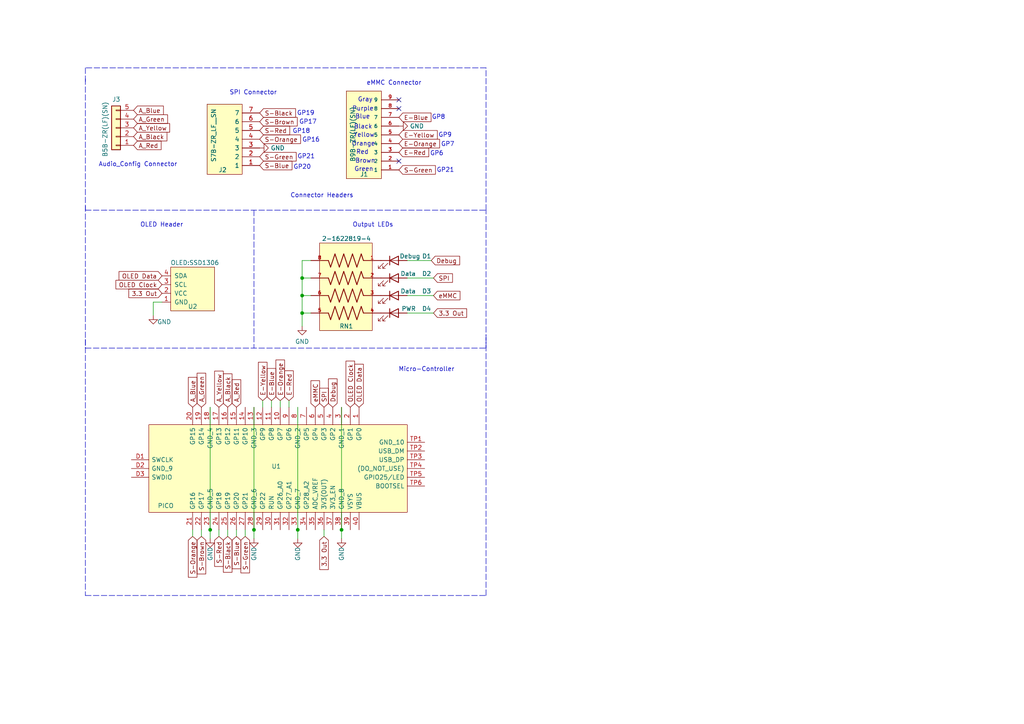
<source format=kicad_sch>
(kicad_sch (version 20211123) (generator eeschema)

  (uuid bb4fee5d-c646-49b5-a889-bb5243e17537)

  (paper "A4")

  (title_block
    (title "PICOFlahser_Breakout_Board")
    (date "3/11/2022")
    (rev "1")
  )

  (lib_symbols
    (symbol "2-1622819-4:2-1622819-4" (pin_names (offset 1.016) hide) (in_bom yes) (on_board yes)
      (property "Reference" "RN" (id 0) (at -7.62 13.462 0)
        (effects (font (size 1.27 1.27)) (justify left bottom))
      )
      (property "Value" "2-1622819-4" (id 1) (at -7.62 -16.51 0)
        (effects (font (size 1.27 1.27)) (justify left bottom))
      )
      (property "Footprint" "RESCAXE80P320X160X60-8N" (id 2) (at 0 0 0)
        (effects (font (size 1.27 1.27)) (justify left bottom) hide)
      )
      (property "Datasheet" "" (id 3) (at 0 0 0)
        (effects (font (size 1.27 1.27)) (justify left bottom) hide)
      )
      (property "EU_RoHS_Compliance" "Compliant" (id 4) (at 0 0 0)
        (effects (font (size 1.27 1.27)) (justify left bottom) hide)
      )
      (property "Package" "0603" (id 5) (at 0 0 0)
        (effects (font (size 1.27 1.27)) (justify left bottom) hide)
      )
      (property "Comment" "2-1622819-4" (id 6) (at 0 0 0)
        (effects (font (size 1.27 1.27)) (justify left bottom) hide)
      )
      (property "ki_locked" "" (id 7) (at 0 0 0)
        (effects (font (size 1.27 1.27)))
      )
      (symbol "2-1622819-4_0_0"
        (rectangle (start -7.62 -12.7) (end 7.62 12.7)
          (stroke (width 0.1524) (type default) (color 0 0 0 0))
          (fill (type background))
        )
        (polyline
          (pts
            (xy -5.08 -7.62)
            (xy -4.445 -5.715)
          )
          (stroke (width 0.254) (type default) (color 0 0 0 0))
          (fill (type none))
        )
        (polyline
          (pts
            (xy -5.08 -2.54)
            (xy -4.445 -0.635)
          )
          (stroke (width 0.254) (type default) (color 0 0 0 0))
          (fill (type none))
        )
        (polyline
          (pts
            (xy -5.08 2.54)
            (xy -4.445 4.445)
          )
          (stroke (width 0.254) (type default) (color 0 0 0 0))
          (fill (type none))
        )
        (polyline
          (pts
            (xy -5.08 7.62)
            (xy -4.445 9.525)
          )
          (stroke (width 0.254) (type default) (color 0 0 0 0))
          (fill (type none))
        )
        (polyline
          (pts
            (xy -4.445 -5.715)
            (xy -3.175 -9.525)
          )
          (stroke (width 0.254) (type default) (color 0 0 0 0))
          (fill (type none))
        )
        (polyline
          (pts
            (xy -4.445 -0.635)
            (xy -3.175 -4.445)
          )
          (stroke (width 0.254) (type default) (color 0 0 0 0))
          (fill (type none))
        )
        (polyline
          (pts
            (xy -4.445 4.445)
            (xy -3.175 0.635)
          )
          (stroke (width 0.254) (type default) (color 0 0 0 0))
          (fill (type none))
        )
        (polyline
          (pts
            (xy -4.445 9.525)
            (xy -3.175 5.715)
          )
          (stroke (width 0.254) (type default) (color 0 0 0 0))
          (fill (type none))
        )
        (polyline
          (pts
            (xy -3.175 -9.525)
            (xy -1.905 -5.715)
          )
          (stroke (width 0.254) (type default) (color 0 0 0 0))
          (fill (type none))
        )
        (polyline
          (pts
            (xy -3.175 -4.445)
            (xy -1.905 -0.635)
          )
          (stroke (width 0.254) (type default) (color 0 0 0 0))
          (fill (type none))
        )
        (polyline
          (pts
            (xy -3.175 0.635)
            (xy -1.905 4.445)
          )
          (stroke (width 0.254) (type default) (color 0 0 0 0))
          (fill (type none))
        )
        (polyline
          (pts
            (xy -3.175 5.715)
            (xy -1.905 9.525)
          )
          (stroke (width 0.254) (type default) (color 0 0 0 0))
          (fill (type none))
        )
        (polyline
          (pts
            (xy -1.905 -5.715)
            (xy -0.635 -9.525)
          )
          (stroke (width 0.254) (type default) (color 0 0 0 0))
          (fill (type none))
        )
        (polyline
          (pts
            (xy -1.905 -0.635)
            (xy -0.635 -4.445)
          )
          (stroke (width 0.254) (type default) (color 0 0 0 0))
          (fill (type none))
        )
        (polyline
          (pts
            (xy -1.905 4.445)
            (xy -0.635 0.635)
          )
          (stroke (width 0.254) (type default) (color 0 0 0 0))
          (fill (type none))
        )
        (polyline
          (pts
            (xy -1.905 9.525)
            (xy -0.635 5.715)
          )
          (stroke (width 0.254) (type default) (color 0 0 0 0))
          (fill (type none))
        )
        (polyline
          (pts
            (xy -0.635 -9.525)
            (xy 0.635 -5.715)
          )
          (stroke (width 0.254) (type default) (color 0 0 0 0))
          (fill (type none))
        )
        (polyline
          (pts
            (xy -0.635 -4.445)
            (xy 0.635 -0.635)
          )
          (stroke (width 0.254) (type default) (color 0 0 0 0))
          (fill (type none))
        )
        (polyline
          (pts
            (xy -0.635 0.635)
            (xy 0.635 4.445)
          )
          (stroke (width 0.254) (type default) (color 0 0 0 0))
          (fill (type none))
        )
        (polyline
          (pts
            (xy -0.635 5.715)
            (xy 0.635 9.525)
          )
          (stroke (width 0.254) (type default) (color 0 0 0 0))
          (fill (type none))
        )
        (polyline
          (pts
            (xy 0.635 -5.715)
            (xy 1.905 -9.525)
          )
          (stroke (width 0.254) (type default) (color 0 0 0 0))
          (fill (type none))
        )
        (polyline
          (pts
            (xy 0.635 -0.635)
            (xy 1.905 -4.445)
          )
          (stroke (width 0.254) (type default) (color 0 0 0 0))
          (fill (type none))
        )
        (polyline
          (pts
            (xy 0.635 4.445)
            (xy 1.905 0.635)
          )
          (stroke (width 0.254) (type default) (color 0 0 0 0))
          (fill (type none))
        )
        (polyline
          (pts
            (xy 0.635 9.525)
            (xy 1.905 5.715)
          )
          (stroke (width 0.254) (type default) (color 0 0 0 0))
          (fill (type none))
        )
        (polyline
          (pts
            (xy 1.905 -9.525)
            (xy 3.175 -5.715)
          )
          (stroke (width 0.254) (type default) (color 0 0 0 0))
          (fill (type none))
        )
        (polyline
          (pts
            (xy 1.905 -4.445)
            (xy 3.175 -0.635)
          )
          (stroke (width 0.254) (type default) (color 0 0 0 0))
          (fill (type none))
        )
        (polyline
          (pts
            (xy 1.905 0.635)
            (xy 3.175 4.445)
          )
          (stroke (width 0.254) (type default) (color 0 0 0 0))
          (fill (type none))
        )
        (polyline
          (pts
            (xy 1.905 5.715)
            (xy 3.175 9.525)
          )
          (stroke (width 0.254) (type default) (color 0 0 0 0))
          (fill (type none))
        )
        (polyline
          (pts
            (xy 3.175 -5.715)
            (xy 4.445 -9.525)
          )
          (stroke (width 0.254) (type default) (color 0 0 0 0))
          (fill (type none))
        )
        (polyline
          (pts
            (xy 3.175 -0.635)
            (xy 4.445 -4.445)
          )
          (stroke (width 0.254) (type default) (color 0 0 0 0))
          (fill (type none))
        )
        (polyline
          (pts
            (xy 3.175 4.445)
            (xy 4.445 0.635)
          )
          (stroke (width 0.254) (type default) (color 0 0 0 0))
          (fill (type none))
        )
        (polyline
          (pts
            (xy 3.175 9.525)
            (xy 4.445 5.715)
          )
          (stroke (width 0.254) (type default) (color 0 0 0 0))
          (fill (type none))
        )
        (polyline
          (pts
            (xy 4.445 -9.525)
            (xy 5.08 -7.62)
          )
          (stroke (width 0.254) (type default) (color 0 0 0 0))
          (fill (type none))
        )
        (polyline
          (pts
            (xy 4.445 -4.445)
            (xy 5.08 -2.54)
          )
          (stroke (width 0.254) (type default) (color 0 0 0 0))
          (fill (type none))
        )
        (polyline
          (pts
            (xy 4.445 0.635)
            (xy 5.08 2.54)
          )
          (stroke (width 0.254) (type default) (color 0 0 0 0))
          (fill (type none))
        )
        (polyline
          (pts
            (xy 4.445 5.715)
            (xy 5.08 7.62)
          )
          (stroke (width 0.254) (type default) (color 0 0 0 0))
          (fill (type none))
        )
        (pin passive line (at -10.16 7.62 0) (length 5.08)
          (name "~" (effects (font (size 1.016 1.016))))
          (number "1" (effects (font (size 1.016 1.016))))
        )
        (pin passive line (at -10.16 2.54 0) (length 5.08)
          (name "~" (effects (font (size 1.016 1.016))))
          (number "2" (effects (font (size 1.016 1.016))))
        )
        (pin passive line (at -10.16 -2.54 0) (length 5.08)
          (name "~" (effects (font (size 1.016 1.016))))
          (number "3" (effects (font (size 1.016 1.016))))
        )
        (pin passive line (at -10.16 -7.62 0) (length 5.08)
          (name "~" (effects (font (size 1.016 1.016))))
          (number "4" (effects (font (size 1.016 1.016))))
        )
        (pin passive line (at 10.16 -7.62 180) (length 5.08)
          (name "~" (effects (font (size 1.016 1.016))))
          (number "5" (effects (font (size 1.016 1.016))))
        )
        (pin passive line (at 10.16 -2.54 180) (length 5.08)
          (name "~" (effects (font (size 1.016 1.016))))
          (number "6" (effects (font (size 1.016 1.016))))
        )
        (pin passive line (at 10.16 2.54 180) (length 5.08)
          (name "~" (effects (font (size 1.016 1.016))))
          (number "7" (effects (font (size 1.016 1.016))))
        )
        (pin passive line (at 10.16 7.62 180) (length 5.08)
          (name "~" (effects (font (size 1.016 1.016))))
          (number "8" (effects (font (size 1.016 1.016))))
        )
      )
    )
    (symbol "B9B-ZR_LF__SN_:B9B-ZR(LF)(SN)" (pin_names (offset 1.016)) (in_bom yes) (on_board yes)
      (property "Reference" "J" (id 0) (at -5.08 13.462 0)
        (effects (font (size 1.27 1.27)) (justify left bottom))
      )
      (property "Value" "B9B-ZR(LF)(SN)" (id 1) (at -5.08 -15.24 0)
        (effects (font (size 1.27 1.27)) (justify left bottom))
      )
      (property "Footprint" "JST_B9B-ZR(LF)(SN)" (id 2) (at 0 0 0)
        (effects (font (size 1.27 1.27)) (justify left bottom) hide)
      )
      (property "Datasheet" "" (id 3) (at 0 0 0)
        (effects (font (size 1.27 1.27)) (justify left bottom) hide)
      )
      (property "MANUFACTURER" "JST" (id 4) (at 0 0 0)
        (effects (font (size 1.27 1.27)) (justify left bottom) hide)
      )
      (property "STANDARD" "Manufacturer Recommendation" (id 5) (at 0 0 0)
        (effects (font (size 1.27 1.27)) (justify left bottom) hide)
      )
      (property "ki_locked" "" (id 6) (at 0 0 0)
        (effects (font (size 1.27 1.27)))
      )
      (symbol "B9B-ZR(LF)(SN)_0_0"
        (rectangle (start -5.08 -12.7) (end 5.08 12.7)
          (stroke (width 0.1524) (type default) (color 0 0 0 0))
          (fill (type background))
        )
        (pin passive line (at -10.16 10.16 0) (length 5.08)
          (name "1" (effects (font (size 1.016 1.016))))
          (number "1" (effects (font (size 1.016 1.016))))
        )
        (pin passive line (at -10.16 7.62 0) (length 5.08)
          (name "2" (effects (font (size 1.016 1.016))))
          (number "2" (effects (font (size 1.016 1.016))))
        )
        (pin passive line (at -10.16 5.08 0) (length 5.08)
          (name "3" (effects (font (size 1.016 1.016))))
          (number "3" (effects (font (size 1.016 1.016))))
        )
        (pin passive line (at -10.16 2.54 0) (length 5.08)
          (name "4" (effects (font (size 1.016 1.016))))
          (number "4" (effects (font (size 1.016 1.016))))
        )
        (pin passive line (at -10.16 0 0) (length 5.08)
          (name "5" (effects (font (size 1.016 1.016))))
          (number "5" (effects (font (size 1.016 1.016))))
        )
        (pin passive line (at -10.16 -2.54 0) (length 5.08)
          (name "6" (effects (font (size 1.016 1.016))))
          (number "6" (effects (font (size 1.016 1.016))))
        )
        (pin passive line (at -10.16 -5.08 0) (length 5.08)
          (name "7" (effects (font (size 1.016 1.016))))
          (number "7" (effects (font (size 1.016 1.016))))
        )
        (pin passive line (at -10.16 -7.62 0) (length 5.08)
          (name "8" (effects (font (size 1.016 1.016))))
          (number "8" (effects (font (size 1.016 1.016))))
        )
        (pin passive line (at -10.16 -10.16 0) (length 5.08)
          (name "9" (effects (font (size 1.016 1.016))))
          (number "9" (effects (font (size 1.016 1.016))))
        )
      )
    )
    (symbol "Connector_Generic:Conn_01x05" (pin_names (offset 1.016) hide) (in_bom yes) (on_board yes)
      (property "Reference" "J" (id 0) (at 0 7.62 0)
        (effects (font (size 1.27 1.27)))
      )
      (property "Value" "Conn_01x05" (id 1) (at 0 -7.62 0)
        (effects (font (size 1.27 1.27)))
      )
      (property "Footprint" "" (id 2) (at 0 0 0)
        (effects (font (size 1.27 1.27)) hide)
      )
      (property "Datasheet" "~" (id 3) (at 0 0 0)
        (effects (font (size 1.27 1.27)) hide)
      )
      (property "ki_keywords" "connector" (id 4) (at 0 0 0)
        (effects (font (size 1.27 1.27)) hide)
      )
      (property "ki_description" "Generic connector, single row, 01x05, script generated (kicad-library-utils/schlib/autogen/connector/)" (id 5) (at 0 0 0)
        (effects (font (size 1.27 1.27)) hide)
      )
      (property "ki_fp_filters" "Connector*:*_1x??_*" (id 6) (at 0 0 0)
        (effects (font (size 1.27 1.27)) hide)
      )
      (symbol "Conn_01x05_1_1"
        (rectangle (start -1.27 -4.953) (end 0 -5.207)
          (stroke (width 0.1524) (type default) (color 0 0 0 0))
          (fill (type none))
        )
        (rectangle (start -1.27 -2.413) (end 0 -2.667)
          (stroke (width 0.1524) (type default) (color 0 0 0 0))
          (fill (type none))
        )
        (rectangle (start -1.27 0.127) (end 0 -0.127)
          (stroke (width 0.1524) (type default) (color 0 0 0 0))
          (fill (type none))
        )
        (rectangle (start -1.27 2.667) (end 0 2.413)
          (stroke (width 0.1524) (type default) (color 0 0 0 0))
          (fill (type none))
        )
        (rectangle (start -1.27 5.207) (end 0 4.953)
          (stroke (width 0.1524) (type default) (color 0 0 0 0))
          (fill (type none))
        )
        (rectangle (start -1.27 6.35) (end 1.27 -6.35)
          (stroke (width 0.254) (type default) (color 0 0 0 0))
          (fill (type background))
        )
        (pin passive line (at -5.08 5.08 0) (length 3.81)
          (name "Pin_1" (effects (font (size 1.27 1.27))))
          (number "1" (effects (font (size 1.27 1.27))))
        )
        (pin passive line (at -5.08 2.54 0) (length 3.81)
          (name "Pin_2" (effects (font (size 1.27 1.27))))
          (number "2" (effects (font (size 1.27 1.27))))
        )
        (pin passive line (at -5.08 0 0) (length 3.81)
          (name "Pin_3" (effects (font (size 1.27 1.27))))
          (number "3" (effects (font (size 1.27 1.27))))
        )
        (pin passive line (at -5.08 -2.54 0) (length 3.81)
          (name "Pin_4" (effects (font (size 1.27 1.27))))
          (number "4" (effects (font (size 1.27 1.27))))
        )
        (pin passive line (at -5.08 -5.08 0) (length 3.81)
          (name "Pin_5" (effects (font (size 1.27 1.27))))
          (number "5" (effects (font (size 1.27 1.27))))
        )
      )
    )
    (symbol "Device:LED" (pin_numbers hide) (pin_names (offset 1.016) hide) (in_bom yes) (on_board yes)
      (property "Reference" "D" (id 0) (at 0 2.54 0)
        (effects (font (size 1.27 1.27)))
      )
      (property "Value" "LED" (id 1) (at 0 -2.54 0)
        (effects (font (size 1.27 1.27)))
      )
      (property "Footprint" "" (id 2) (at 0 0 0)
        (effects (font (size 1.27 1.27)) hide)
      )
      (property "Datasheet" "~" (id 3) (at 0 0 0)
        (effects (font (size 1.27 1.27)) hide)
      )
      (property "ki_keywords" "LED diode" (id 4) (at 0 0 0)
        (effects (font (size 1.27 1.27)) hide)
      )
      (property "ki_description" "Light emitting diode" (id 5) (at 0 0 0)
        (effects (font (size 1.27 1.27)) hide)
      )
      (property "ki_fp_filters" "LED* LED_SMD:* LED_THT:*" (id 6) (at 0 0 0)
        (effects (font (size 1.27 1.27)) hide)
      )
      (symbol "LED_0_1"
        (polyline
          (pts
            (xy -1.27 -1.27)
            (xy -1.27 1.27)
          )
          (stroke (width 0.254) (type default) (color 0 0 0 0))
          (fill (type none))
        )
        (polyline
          (pts
            (xy -1.27 0)
            (xy 1.27 0)
          )
          (stroke (width 0) (type default) (color 0 0 0 0))
          (fill (type none))
        )
        (polyline
          (pts
            (xy 1.27 -1.27)
            (xy 1.27 1.27)
            (xy -1.27 0)
            (xy 1.27 -1.27)
          )
          (stroke (width 0.254) (type default) (color 0 0 0 0))
          (fill (type none))
        )
        (polyline
          (pts
            (xy -3.048 -0.762)
            (xy -4.572 -2.286)
            (xy -3.81 -2.286)
            (xy -4.572 -2.286)
            (xy -4.572 -1.524)
          )
          (stroke (width 0) (type default) (color 0 0 0 0))
          (fill (type none))
        )
        (polyline
          (pts
            (xy -1.778 -0.762)
            (xy -3.302 -2.286)
            (xy -2.54 -2.286)
            (xy -3.302 -2.286)
            (xy -3.302 -1.524)
          )
          (stroke (width 0) (type default) (color 0 0 0 0))
          (fill (type none))
        )
      )
      (symbol "LED_1_1"
        (pin passive line (at -3.81 0 0) (length 2.54)
          (name "K" (effects (font (size 1.27 1.27))))
          (number "1" (effects (font (size 1.27 1.27))))
        )
        (pin passive line (at 3.81 0 180) (length 2.54)
          (name "A" (effects (font (size 1.27 1.27))))
          (number "2" (effects (font (size 1.27 1.27))))
        )
      )
    )
    (symbol "OLED SSD1306:SSD1306" (pin_names (offset 1.016)) (in_bom yes) (on_board yes)
      (property "Reference" "Brd" (id 0) (at 0 -3.81 0)
        (effects (font (size 1.27 1.27)))
      )
      (property "Value" "SSD1306" (id 1) (at 0 -1.27 0)
        (effects (font (size 1.27 1.27)))
      )
      (property "Footprint" "" (id 2) (at 0 6.35 0)
        (effects (font (size 1.27 1.27)) hide)
      )
      (property "Datasheet" "" (id 3) (at 0 6.35 0)
        (effects (font (size 1.27 1.27)) hide)
      )
      (property "ki_keywords" "SSD1306" (id 4) (at 0 0 0)
        (effects (font (size 1.27 1.27)) hide)
      )
      (property "ki_description" "SSD1306 OLED" (id 5) (at 0 0 0)
        (effects (font (size 1.27 1.27)) hide)
      )
      (property "ki_fp_filters" "SSD1306-128x64_OLED:SSD1306" (id 6) (at 0 0 0)
        (effects (font (size 1.27 1.27)) hide)
      )
      (symbol "SSD1306_0_1"
        (rectangle (start -6.35 6.35) (end 6.35 -6.35)
          (stroke (width 0) (type default) (color 0 0 0 0))
          (fill (type background))
        )
      )
      (symbol "SSD1306_1_1"
        (pin input line (at -3.81 8.89 270) (length 2.54)
          (name "GND" (effects (font (size 1.27 1.27))))
          (number "1" (effects (font (size 1.27 1.27))))
        )
        (pin input line (at -1.27 8.89 270) (length 2.54)
          (name "VCC" (effects (font (size 1.27 1.27))))
          (number "2" (effects (font (size 1.27 1.27))))
        )
        (pin input line (at 1.27 8.89 270) (length 2.54)
          (name "SCL" (effects (font (size 1.27 1.27))))
          (number "3" (effects (font (size 1.27 1.27))))
        )
        (pin input line (at 3.81 8.89 270) (length 2.54)
          (name "SDA" (effects (font (size 1.27 1.27))))
          (number "4" (effects (font (size 1.27 1.27))))
        )
      )
    )
    (symbol "PICO:PICO" (pin_names (offset 0.762)) (in_bom yes) (on_board yes)
      (property "Reference" "U1" (id 0) (at -27.305 -17.78 90)
        (effects (font (size 1.27 1.27)) (justify left))
      )
      (property "Value" "PICO" (id 1) (at -59.055 -33.02 90)
        (effects (font (size 1.27 1.27)) (justify left))
      )
      (property "Footprint" "Merlin:PICO_THT" (id 2) (at -31.75 -55.88 0)
        (effects (font (size 1.27 1.27)) (justify left) hide)
      )
      (property "Datasheet" "https://datasheets.raspberrypi.org/pico/pico_datasheet.pdf" (id 3) (at -31.75 -53.34 0)
        (effects (font (size 1.27 1.27)) (justify left) hide)
      )
      (property "Description" "RP2040 microcontroller chip designed by Raspberry Pi in the United Kingdom 2  SPI, 2  I2C, 2  UART, 3  12-bit ADC, 16  controllable PWM channels" (id 4) (at -31.75 -50.8 0)
        (effects (font (size 1.27 1.27)) (justify left) hide)
      )
      (property "Height" "1" (id 5) (at -31.75 -48.26 0)
        (effects (font (size 1.27 1.27)) (justify left) hide)
      )
      (property "Manufacturer_Name" "RASPBERRY-PI" (id 6) (at -31.75 -45.72 0)
        (effects (font (size 1.27 1.27)) (justify left) hide)
      )
      (property "Manufacturer_Part_Number" "PICO" (id 7) (at -31.75 -43.18 0)
        (effects (font (size 1.27 1.27)) (justify left) hide)
      )
      (property "Mouser Part Number" "" (id 8) (at -31.75 -40.64 0)
        (effects (font (size 1.27 1.27)) (justify left) hide)
      )
      (property "Mouser Price/Stock" "" (id 9) (at -31.75 -38.1 0)
        (effects (font (size 1.27 1.27)) (justify left) hide)
      )
      (property "Arrow Part Number" "" (id 10) (at -31.75 -35.56 0)
        (effects (font (size 1.27 1.27)) (justify left) hide)
      )
      (property "Arrow Price/Stock" "" (id 11) (at -31.75 -33.02 0)
        (effects (font (size 1.27 1.27)) (justify left) hide)
      )
      (property "ki_description" "RP2040 microcontroller chip designed by Raspberry Pi in the United Kingdom 2  SPI, 2  I2C, 2  UART, 3  12-bit ADC, 16  controllable PWM channels" (id 12) (at 0 0 0)
        (effects (font (size 1.27 1.27)) hide)
      )
      (symbol "PICO_0_0"
        (pin passive line (at 0 0 0) (length 5.08)
          (name "GP0" (effects (font (size 1.27 1.27))))
          (number "1" (effects (font (size 1.27 1.27))))
        )
        (pin passive line (at 0 -22.86 0) (length 5.08)
          (name "GP7" (effects (font (size 1.27 1.27))))
          (number "10" (effects (font (size 1.27 1.27))))
        )
        (pin passive line (at 0 -25.4 0) (length 5.08)
          (name "GP8" (effects (font (size 1.27 1.27))))
          (number "11" (effects (font (size 1.27 1.27))))
        )
        (pin passive line (at 0 -27.94 0) (length 5.08)
          (name "GP9" (effects (font (size 1.27 1.27))))
          (number "12" (effects (font (size 1.27 1.27))))
        )
        (pin passive line (at 0 -30.48 0) (length 5.08)
          (name "GND_3" (effects (font (size 1.27 1.27))))
          (number "13" (effects (font (size 1.27 1.27))))
        )
        (pin passive line (at 0 -33.02 0) (length 5.08)
          (name "GP10" (effects (font (size 1.27 1.27))))
          (number "14" (effects (font (size 1.27 1.27))))
        )
        (pin passive line (at 0 -35.56 0) (length 5.08)
          (name "GP11" (effects (font (size 1.27 1.27))))
          (number "15" (effects (font (size 1.27 1.27))))
        )
        (pin passive line (at 0 -38.1 0) (length 5.08)
          (name "GP12" (effects (font (size 1.27 1.27))))
          (number "16" (effects (font (size 1.27 1.27))))
        )
        (pin passive line (at 0 -40.64 0) (length 5.08)
          (name "GP13" (effects (font (size 1.27 1.27))))
          (number "17" (effects (font (size 1.27 1.27))))
        )
        (pin passive line (at 0 -43.18 0) (length 5.08)
          (name "GND_4" (effects (font (size 1.27 1.27))))
          (number "18" (effects (font (size 1.27 1.27))))
        )
        (pin passive line (at 0 -45.72 0) (length 5.08)
          (name "GP14" (effects (font (size 1.27 1.27))))
          (number "19" (effects (font (size 1.27 1.27))))
        )
        (pin passive line (at 0 -2.54 0) (length 5.08)
          (name "GP1" (effects (font (size 1.27 1.27))))
          (number "2" (effects (font (size 1.27 1.27))))
        )
        (pin passive line (at 0 -48.26 0) (length 5.08)
          (name "GP15" (effects (font (size 1.27 1.27))))
          (number "20" (effects (font (size 1.27 1.27))))
        )
        (pin passive line (at 35.56 -48.26 180) (length 5.08)
          (name "GP16" (effects (font (size 1.27 1.27))))
          (number "21" (effects (font (size 1.27 1.27))))
        )
        (pin passive line (at 35.56 -45.72 180) (length 5.08)
          (name "GP17" (effects (font (size 1.27 1.27))))
          (number "22" (effects (font (size 1.27 1.27))))
        )
        (pin passive line (at 35.56 -43.18 180) (length 5.08)
          (name "GND_5" (effects (font (size 1.27 1.27))))
          (number "23" (effects (font (size 1.27 1.27))))
        )
        (pin passive line (at 35.56 -40.64 180) (length 5.08)
          (name "GP18" (effects (font (size 1.27 1.27))))
          (number "24" (effects (font (size 1.27 1.27))))
        )
        (pin passive line (at 35.56 -38.1 180) (length 5.08)
          (name "GP19" (effects (font (size 1.27 1.27))))
          (number "25" (effects (font (size 1.27 1.27))))
        )
        (pin passive line (at 35.56 -35.56 180) (length 5.08)
          (name "GP20" (effects (font (size 1.27 1.27))))
          (number "26" (effects (font (size 1.27 1.27))))
        )
        (pin passive line (at 35.56 -33.02 180) (length 5.08)
          (name "GP21" (effects (font (size 1.27 1.27))))
          (number "27" (effects (font (size 1.27 1.27))))
        )
        (pin passive line (at 35.56 -30.48 180) (length 5.08)
          (name "GND_6" (effects (font (size 1.27 1.27))))
          (number "28" (effects (font (size 1.27 1.27))))
        )
        (pin passive line (at 35.56 -27.94 180) (length 5.08)
          (name "GP22" (effects (font (size 1.27 1.27))))
          (number "29" (effects (font (size 1.27 1.27))))
        )
        (pin passive line (at 0 -5.08 0) (length 5.08)
          (name "GND_1" (effects (font (size 1.27 1.27))))
          (number "3" (effects (font (size 1.27 1.27))))
        )
        (pin passive line (at 35.56 -25.4 180) (length 5.08)
          (name "RUN" (effects (font (size 1.27 1.27))))
          (number "30" (effects (font (size 1.27 1.27))))
        )
        (pin passive line (at 35.56 -22.86 180) (length 5.08)
          (name "GP26_A0" (effects (font (size 1.27 1.27))))
          (number "31" (effects (font (size 1.27 1.27))))
        )
        (pin passive line (at 35.56 -20.32 180) (length 5.08)
          (name "GP27_A1" (effects (font (size 1.27 1.27))))
          (number "32" (effects (font (size 1.27 1.27))))
        )
        (pin passive line (at 35.56 -17.78 180) (length 5.08)
          (name "GND_7" (effects (font (size 1.27 1.27))))
          (number "33" (effects (font (size 1.27 1.27))))
        )
        (pin passive line (at 35.56 -15.24 180) (length 5.08)
          (name "GP28_A2" (effects (font (size 1.27 1.27))))
          (number "34" (effects (font (size 1.27 1.27))))
        )
        (pin passive line (at 35.56 -12.7 180) (length 5.08)
          (name "ADC_VREF" (effects (font (size 1.27 1.27))))
          (number "35" (effects (font (size 1.27 1.27))))
        )
        (pin passive line (at 35.56 -10.16 180) (length 5.08)
          (name "3V3(OUT)" (effects (font (size 1.27 1.27))))
          (number "36" (effects (font (size 1.27 1.27))))
        )
        (pin passive line (at 35.56 -7.62 180) (length 5.08)
          (name "3V3_EN" (effects (font (size 1.27 1.27))))
          (number "37" (effects (font (size 1.27 1.27))))
        )
        (pin passive line (at 35.56 -5.08 180) (length 5.08)
          (name "GND_8" (effects (font (size 1.27 1.27))))
          (number "38" (effects (font (size 1.27 1.27))))
        )
        (pin passive line (at 35.56 -2.54 180) (length 5.08)
          (name "VSYS" (effects (font (size 1.27 1.27))))
          (number "39" (effects (font (size 1.27 1.27))))
        )
        (pin passive line (at 0 -7.62 0) (length 5.08)
          (name "GP2" (effects (font (size 1.27 1.27))))
          (number "4" (effects (font (size 1.27 1.27))))
        )
        (pin passive line (at 35.56 0 180) (length 5.08)
          (name "VBUS" (effects (font (size 1.27 1.27))))
          (number "40" (effects (font (size 1.27 1.27))))
        )
        (pin passive line (at 0 -10.16 0) (length 5.08)
          (name "GP3" (effects (font (size 1.27 1.27))))
          (number "5" (effects (font (size 1.27 1.27))))
        )
        (pin passive line (at 0 -12.7 0) (length 5.08)
          (name "GP4" (effects (font (size 1.27 1.27))))
          (number "6" (effects (font (size 1.27 1.27))))
        )
        (pin passive line (at 0 -15.24 0) (length 5.08)
          (name "GP5" (effects (font (size 1.27 1.27))))
          (number "7" (effects (font (size 1.27 1.27))))
        )
        (pin passive line (at 0 -17.78 0) (length 5.08)
          (name "GND_2" (effects (font (size 1.27 1.27))))
          (number "8" (effects (font (size 1.27 1.27))))
        )
        (pin passive line (at 0 -20.32 0) (length 5.08)
          (name "GP6" (effects (font (size 1.27 1.27))))
          (number "9" (effects (font (size 1.27 1.27))))
        )
        (pin passive line (at 15.24 -66.04 90) (length 5.08)
          (name "SWCLK" (effects (font (size 1.27 1.27))))
          (number "D1" (effects (font (size 1.27 1.27))))
        )
        (pin passive line (at 17.78 -66.04 90) (length 5.08)
          (name "GND_9" (effects (font (size 1.27 1.27))))
          (number "D2" (effects (font (size 1.27 1.27))))
        )
        (pin passive line (at 20.32 -66.04 90) (length 5.08)
          (name "SWDIO" (effects (font (size 1.27 1.27))))
          (number "D3" (effects (font (size 1.27 1.27))))
        )
        (pin passive line (at 10.16 19.05 270) (length 5.08)
          (name "GND_10" (effects (font (size 1.27 1.27))))
          (number "TP1" (effects (font (size 1.27 1.27))))
        )
        (pin passive line (at 12.7 19.05 270) (length 5.08)
          (name "USB_DM" (effects (font (size 1.27 1.27))))
          (number "TP2" (effects (font (size 1.27 1.27))))
        )
        (pin passive line (at 15.24 19.05 270) (length 5.08)
          (name "USB_DP" (effects (font (size 1.27 1.27))))
          (number "TP3" (effects (font (size 1.27 1.27))))
        )
        (pin passive line (at 17.78 19.05 270) (length 5.08)
          (name "(DO_NOT_USE)" (effects (font (size 1.27 1.27))))
          (number "TP4" (effects (font (size 1.27 1.27))))
        )
        (pin passive line (at 20.32 19.05 270) (length 5.08)
          (name "GPIO25/LED" (effects (font (size 1.27 1.27))))
          (number "TP5" (effects (font (size 1.27 1.27))))
        )
        (pin passive line (at 22.86 19.05 270) (length 5.08)
          (name "BOOTSEL" (effects (font (size 1.27 1.27))))
          (number "TP6" (effects (font (size 1.27 1.27))))
        )
      )
      (symbol "PICO_0_1"
        (polyline
          (pts
            (xy 5.08 13.97)
            (xy 30.48 13.97)
            (xy 30.48 -60.96)
            (xy 5.08 -60.96)
            (xy 5.08 13.97)
          )
          (stroke (width 0.1524) (type default) (color 0 0 0 0))
          (fill (type background))
        )
      )
    )
    (symbol "S7B-ZR_LF__SN_:S7B-ZR_LF__SN_" (pin_names (offset 0.762)) (in_bom yes) (on_board yes)
      (property "Reference" "J2" (id 0) (at -8.89 -1.27 0)
        (effects (font (size 1.27 1.27)) (justify left))
      )
      (property "Value" "S7B-ZR_LF__SN" (id 1) (at -13.335 15.24 90)
        (effects (font (size 1.27 1.27)) (justify left))
      )
      (property "Footprint" "Merlin:S7BZRLFSN" (id 2) (at -16.51 -2.54 0)
        (effects (font (size 1.27 1.27)) (justify left) hide)
      )
      (property "Datasheet" "http://www.jst-mfg.com/product/pdf/eng/eZH.pdf" (id 3) (at -16.51 0 0)
        (effects (font (size 1.27 1.27)) (justify left) hide)
      )
      (property "Description" "CONN HEADER R/A 7POS 1.5MM" (id 4) (at -16.51 2.54 0)
        (effects (font (size 1.27 1.27)) (justify left) hide)
      )
      (property "Height" "3.7" (id 5) (at -16.51 5.08 0)
        (effects (font (size 1.27 1.27)) (justify left) hide)
      )
      (property "Manufacturer_Name" "JST (JAPAN SOLDERLESS TERMINALS)" (id 6) (at -16.51 7.62 0)
        (effects (font (size 1.27 1.27)) (justify left) hide)
      )
      (property "Manufacturer_Part_Number" "S7B-ZR(LF)(SN)" (id 7) (at -16.51 10.16 0)
        (effects (font (size 1.27 1.27)) (justify left) hide)
      )
      (property "Mouser Part Number" "" (id 8) (at -16.51 12.7 0)
        (effects (font (size 1.27 1.27)) (justify left) hide)
      )
      (property "Mouser Price/Stock" "" (id 9) (at -16.51 15.24 0)
        (effects (font (size 1.27 1.27)) (justify left) hide)
      )
      (property "Arrow Part Number" "S7B-ZR(LF)(SN)" (id 10) (at -16.51 17.78 0)
        (effects (font (size 1.27 1.27)) (justify left) hide)
      )
      (property "Arrow Price/Stock" "https://www.arrow.com/en/products/s7b-zr-lf-sn/jst-manufacturing" (id 11) (at -16.51 20.32 0)
        (effects (font (size 1.27 1.27)) (justify left) hide)
      )
      (property "ki_description" "CONN HEADER R/A 7POS 1.5MM" (id 12) (at 0 0 0)
        (effects (font (size 1.27 1.27)) hide)
      )
      (symbol "S7B-ZR_LF__SN__0_0"
        (pin passive line (at 0 0 0) (length 5.08)
          (name "1" (effects (font (size 1.27 1.27))))
          (number "1" (effects (font (size 1.27 1.27))))
        )
        (pin passive line (at 0 -2.54 0) (length 5.08)
          (name "2" (effects (font (size 1.27 1.27))))
          (number "2" (effects (font (size 1.27 1.27))))
        )
        (pin passive line (at 0 -5.08 0) (length 5.08)
          (name "3" (effects (font (size 1.27 1.27))))
          (number "3" (effects (font (size 1.27 1.27))))
        )
        (pin passive line (at 0 -7.62 0) (length 5.08)
          (name "4" (effects (font (size 1.27 1.27))))
          (number "4" (effects (font (size 1.27 1.27))))
        )
        (pin passive line (at 0 -10.16 0) (length 5.08)
          (name "5" (effects (font (size 1.27 1.27))))
          (number "5" (effects (font (size 1.27 1.27))))
        )
        (pin passive line (at 0 -12.7 0) (length 5.08)
          (name "6" (effects (font (size 1.27 1.27))))
          (number "6" (effects (font (size 1.27 1.27))))
        )
        (pin passive line (at 0 -15.24 0) (length 5.08)
          (name "7" (effects (font (size 1.27 1.27))))
          (number "7" (effects (font (size 1.27 1.27))))
        )
      )
      (symbol "S7B-ZR_LF__SN__0_1"
        (polyline
          (pts
            (xy 5.08 2.54)
            (xy 15.24 2.54)
            (xy 15.24 -17.78)
            (xy 5.08 -17.78)
            (xy 5.08 2.54)
          )
          (stroke (width 0.1524) (type default) (color 0 0 0 0))
          (fill (type background))
        )
      )
    )
    (symbol "power:GND" (power) (pin_names (offset 0)) (in_bom yes) (on_board yes)
      (property "Reference" "#PWR" (id 0) (at 0 -6.35 0)
        (effects (font (size 1.27 1.27)) hide)
      )
      (property "Value" "GND" (id 1) (at 0 -3.81 0)
        (effects (font (size 1.27 1.27)))
      )
      (property "Footprint" "" (id 2) (at 0 0 0)
        (effects (font (size 1.27 1.27)) hide)
      )
      (property "Datasheet" "" (id 3) (at 0 0 0)
        (effects (font (size 1.27 1.27)) hide)
      )
      (property "ki_keywords" "power-flag" (id 4) (at 0 0 0)
        (effects (font (size 1.27 1.27)) hide)
      )
      (property "ki_description" "Power symbol creates a global label with name \"GND\" , ground" (id 5) (at 0 0 0)
        (effects (font (size 1.27 1.27)) hide)
      )
      (symbol "GND_0_1"
        (polyline
          (pts
            (xy 0 0)
            (xy 0 -1.27)
            (xy 1.27 -1.27)
            (xy 0 -2.54)
            (xy -1.27 -1.27)
            (xy 0 -1.27)
          )
          (stroke (width 0) (type default) (color 0 0 0 0))
          (fill (type none))
        )
      )
      (symbol "GND_1_1"
        (pin power_in line (at 0 0 270) (length 0) hide
          (name "GND" (effects (font (size 1.27 1.27))))
          (number "1" (effects (font (size 1.27 1.27))))
        )
      )
    )
  )

  (junction (at 86.36 153.67) (diameter 0) (color 0 0 0 0)
    (uuid 2aca0ad9-19d5-4142-8e63-d8434fe6d8cf)
  )
  (junction (at 87.63 90.805) (diameter 0) (color 0 0 0 0)
    (uuid 66c53c1e-e1fb-42d3-acc9-0649d313b0b2)
  )
  (junction (at 99.06 153.67) (diameter 0) (color 0 0 0 0)
    (uuid 6ea2d54c-ef50-4e05-9aec-9dc2cd18e4c5)
  )
  (junction (at 87.63 85.725) (diameter 0) (color 0 0 0 0)
    (uuid 78fa7842-f3c6-48db-8c77-7797633506e5)
  )
  (junction (at 73.66 153.67) (diameter 0) (color 0 0 0 0)
    (uuid 7c7593a7-7830-40be-9703-34735852eea9)
  )
  (junction (at 60.96 153.67) (diameter 0) (color 0 0 0 0)
    (uuid 87f1b1f1-a8c1-433a-9d87-05cacb5c80d2)
  )
  (junction (at 87.63 80.645) (diameter 0) (color 0 0 0 0)
    (uuid f1d34821-cc17-42fc-b481-1c7f738497e3)
  )

  (no_connect (at 115.697 28.956) (uuid 1daa71b7-fe89-485e-89e1-0f616c375703))
  (no_connect (at 115.697 46.736) (uuid 3a167e27-0664-4993-810a-5228b728cdfc))
  (no_connect (at 115.697 31.496) (uuid 83e4f5b2-2aa2-4328-b1f7-13d7940d942d))

  (polyline (pts (xy 24.765 19.685) (xy 24.765 24.13))
    (stroke (width 0) (type default) (color 0 0 0 0))
    (uuid 0577a29e-2ad2-4f64-a80e-b76688665433)
  )

  (wire (pts (xy 86.36 118.11) (xy 86.36 153.67))
    (stroke (width 0) (type default) (color 0 0 0 0))
    (uuid 0a3dd267-6aea-4f82-89d3-1759178915d9)
  )
  (wire (pts (xy 87.63 75.565) (xy 87.63 80.645))
    (stroke (width 0) (type default) (color 0 0 0 0))
    (uuid 0a7da8e8-4a29-4619-8c2a-45042f49f661)
  )
  (wire (pts (xy 90.17 75.565) (xy 87.63 75.565))
    (stroke (width 0) (type default) (color 0 0 0 0))
    (uuid 13f293f5-71fa-4ce7-bfc1-43137bddb382)
  )
  (wire (pts (xy 90.17 80.645) (xy 87.63 80.645))
    (stroke (width 0) (type default) (color 0 0 0 0))
    (uuid 198a2a45-a86c-4371-8a75-c6e4c84fad3d)
  )
  (wire (pts (xy 60.96 118.11) (xy 60.96 153.67))
    (stroke (width 0) (type default) (color 0 0 0 0))
    (uuid 26edefbc-6ceb-4e7a-ba23-f06d318f5bc7)
  )
  (polyline (pts (xy 24.765 100.965) (xy 140.97 100.965))
    (stroke (width 0) (type default) (color 0 0 0 0))
    (uuid 2c9dc21c-b76b-46bb-bb29-1986e09599eb)
  )

  (wire (pts (xy 66.04 153.67) (xy 66.04 155.575))
    (stroke (width 0) (type default) (color 0 0 0 0))
    (uuid 339b905f-eb5f-4794-8633-141295f81716)
  )
  (polyline (pts (xy 24.765 172.72) (xy 140.97 172.72))
    (stroke (width 0) (type default) (color 0 0 0 0))
    (uuid 38ac14d5-63c9-4938-8349-e7a454c98524)
  )

  (wire (pts (xy 73.66 153.67) (xy 73.66 156.21))
    (stroke (width 0) (type default) (color 0 0 0 0))
    (uuid 393b8e6a-e0b4-41cd-9fb4-80e62e63a7bd)
  )
  (wire (pts (xy 90.17 85.725) (xy 87.63 85.725))
    (stroke (width 0) (type default) (color 0 0 0 0))
    (uuid 39a58874-d2bf-449b-9f58-07b2f1a46d16)
  )
  (wire (pts (xy 44.45 87.63) (xy 46.99 87.63))
    (stroke (width 0) (type default) (color 0 0 0 0))
    (uuid 421963d0-0ae1-4000-b04b-21325a6cbee6)
  )
  (polyline (pts (xy 24.765 59.69) (xy 24.765 100.965))
    (stroke (width 0) (type default) (color 0 0 0 0))
    (uuid 436b5ee5-802a-4416-a5ce-e7a82db87dce)
  )
  (polyline (pts (xy 140.97 19.685) (xy 24.765 19.685))
    (stroke (width 0) (type default) (color 0 0 0 0))
    (uuid 438b9545-371a-4548-98c2-609efc6c7361)
  )

  (wire (pts (xy 93.98 153.67) (xy 93.98 155.575))
    (stroke (width 0) (type default) (color 0 0 0 0))
    (uuid 4e1da519-7baf-407d-81ab-7a36be6289f1)
  )
  (wire (pts (xy 125.73 80.645) (xy 118.11 80.645))
    (stroke (width 0) (type default) (color 0 0 0 0))
    (uuid 4fec9838-8fc0-4f73-a21b-04efafcb4b97)
  )
  (polyline (pts (xy 24.765 98.425) (xy 24.765 172.72))
    (stroke (width 0) (type default) (color 0 0 0 0))
    (uuid 565d5a14-9926-4f77-9c9e-b783feb4db0e)
  )

  (wire (pts (xy 58.42 153.67) (xy 58.42 155.575))
    (stroke (width 0) (type default) (color 0 0 0 0))
    (uuid 56d061a2-293a-460e-ad8b-a03544b3b580)
  )
  (polyline (pts (xy 24.765 60.96) (xy 140.97 60.96))
    (stroke (width 0) (type default) (color 0 0 0 0))
    (uuid 5fc6d954-334a-4aa4-80b0-b73cf7de7381)
  )

  (wire (pts (xy 81.28 116.205) (xy 81.28 118.11))
    (stroke (width 0) (type default) (color 0 0 0 0))
    (uuid 6913a5c4-10cb-4738-b432-ff25e623fb6e)
  )
  (polyline (pts (xy 140.97 172.72) (xy 140.97 97.155))
    (stroke (width 0) (type default) (color 0 0 0 0))
    (uuid 6a9e7098-b600-4f09-ae5e-5e7f69c39be6)
  )

  (wire (pts (xy 125.095 75.565) (xy 118.11 75.565))
    (stroke (width 0) (type default) (color 0 0 0 0))
    (uuid 71c0d5a6-8134-4a6c-b606-e1f3dcaa2133)
  )
  (polyline (pts (xy 140.97 60.96) (xy 140.97 19.685))
    (stroke (width 0) (type default) (color 0 0 0 0))
    (uuid 735f5717-835e-4ef5-9de6-fc5f98e356ac)
  )

  (wire (pts (xy 86.36 153.67) (xy 86.36 156.21))
    (stroke (width 0) (type default) (color 0 0 0 0))
    (uuid 79a0be14-26a9-464d-b767-fa28f7df4913)
  )
  (wire (pts (xy 78.74 116.205) (xy 78.74 118.11))
    (stroke (width 0) (type default) (color 0 0 0 0))
    (uuid 849b88c0-f398-498d-909f-d632de3d465d)
  )
  (wire (pts (xy 125.73 90.805) (xy 118.11 90.805))
    (stroke (width 0) (type default) (color 0 0 0 0))
    (uuid 8ab22013-b232-4779-af3c-aa499c27d6e8)
  )
  (wire (pts (xy 76.2 116.205) (xy 76.2 118.11))
    (stroke (width 0) (type default) (color 0 0 0 0))
    (uuid 906ee4e6-9025-4ce2-a18c-0075a23bdfa7)
  )
  (polyline (pts (xy 24.765 22.86) (xy 24.765 60.96))
    (stroke (width 0) (type default) (color 0 0 0 0))
    (uuid 90df2703-e879-4335-9e0a-ffecbb9925ad)
  )

  (wire (pts (xy 99.06 153.67) (xy 99.06 156.21))
    (stroke (width 0) (type default) (color 0 0 0 0))
    (uuid 93b4aa85-427e-4d2d-8d51-607d35879708)
  )
  (wire (pts (xy 87.63 80.645) (xy 87.63 85.725))
    (stroke (width 0) (type default) (color 0 0 0 0))
    (uuid 94d07718-2fcc-40a0-ad0e-c4bb67bc804a)
  )
  (wire (pts (xy 87.63 90.805) (xy 87.63 94.615))
    (stroke (width 0) (type default) (color 0 0 0 0))
    (uuid 97d95ebe-f81c-4b0f-a8d5-32fb88fdcdc8)
  )
  (wire (pts (xy 73.66 118.11) (xy 73.66 153.67))
    (stroke (width 0) (type default) (color 0 0 0 0))
    (uuid adb09ef3-b50d-4be6-a832-5fc7ceedf851)
  )
  (wire (pts (xy 63.5 153.67) (xy 63.5 155.575))
    (stroke (width 0) (type default) (color 0 0 0 0))
    (uuid b3657630-732d-431f-899f-671cc2ade452)
  )
  (wire (pts (xy 83.82 116.205) (xy 83.82 118.11))
    (stroke (width 0) (type default) (color 0 0 0 0))
    (uuid bea91a94-b5bb-469b-b12a-e01f45d1a46b)
  )
  (wire (pts (xy 125.73 85.725) (xy 118.11 85.725))
    (stroke (width 0) (type default) (color 0 0 0 0))
    (uuid c0ce4b80-4927-4aa9-a9ae-cca891ffb179)
  )
  (wire (pts (xy 55.88 153.67) (xy 55.88 155.575))
    (stroke (width 0) (type default) (color 0 0 0 0))
    (uuid c416a687-70a0-41b0-971f-b1c4fd4c2a30)
  )
  (polyline (pts (xy 73.66 60.96) (xy 73.66 100.965))
    (stroke (width 0) (type default) (color 0 0 0 0))
    (uuid c90ae628-5bca-46be-b24a-b713366a9ecb)
  )

  (wire (pts (xy 87.63 90.805) (xy 90.17 90.805))
    (stroke (width 0) (type default) (color 0 0 0 0))
    (uuid caefe669-4c1f-4a42-9061-2eea0460c08d)
  )
  (wire (pts (xy 87.63 85.725) (xy 87.63 90.805))
    (stroke (width 0) (type default) (color 0 0 0 0))
    (uuid d2456fb5-2b99-45e1-9d17-eb9a485a3bd3)
  )
  (wire (pts (xy 60.96 153.67) (xy 60.96 156.21))
    (stroke (width 0) (type default) (color 0 0 0 0))
    (uuid d3e0d217-81a5-43b3-8f08-38df81e80107)
  )
  (wire (pts (xy 44.45 91.44) (xy 44.45 87.63))
    (stroke (width 0) (type default) (color 0 0 0 0))
    (uuid d50132c5-c7cf-49db-a594-17c740aa6dea)
  )
  (polyline (pts (xy 140.97 100.965) (xy 140.97 60.96))
    (stroke (width 0) (type default) (color 0 0 0 0))
    (uuid dd8885dc-5984-451b-b7a4-3d333082f6a0)
  )

  (wire (pts (xy 99.06 118.11) (xy 99.06 153.67))
    (stroke (width 0) (type default) (color 0 0 0 0))
    (uuid df1f2ed3-72ea-4004-a465-6e50af0a6078)
  )
  (wire (pts (xy 71.12 153.67) (xy 71.12 155.575))
    (stroke (width 0) (type default) (color 0 0 0 0))
    (uuid f4e3ea73-9368-4d3a-b348-11fda0ba6924)
  )
  (wire (pts (xy 68.58 153.67) (xy 68.58 155.575))
    (stroke (width 0) (type default) (color 0 0 0 0))
    (uuid f7c8dc83-317c-449e-925b-7b845e6e4caa)
  )

  (text "Yellow" (at 102.489 40.005 0)
    (effects (font (size 1.27 1.27)) (justify left bottom))
    (uuid 0b33c604-0a9d-4360-8a2f-52d4f6c6d1b5)
  )
  (text "Brown" (at 102.997 47.498 0)
    (effects (font (size 1.27 1.27)) (justify left bottom))
    (uuid 212d7b60-165c-4b29-8704-fc7874817647)
  )
  (text "GP16" (at 87.63 41.402 0)
    (effects (font (size 1.27 1.27)) (justify left bottom))
    (uuid 22185efa-8efc-4876-afd5-8dec9a4b19b5)
  )
  (text "GP21" (at 86.233 46.228 0)
    (effects (font (size 1.27 1.27)) (justify left bottom))
    (uuid 242156da-65a4-41bd-8882-4715967f1c31)
  )
  (text "GP17" (at 86.741 36.195 0)
    (effects (font (size 1.27 1.27)) (justify left bottom))
    (uuid 3adfae13-3542-4d76-997c-fe138c222135)
  )
  (text "Gray\n" (at 103.759 29.718 0)
    (effects (font (size 1.27 1.27)) (justify left bottom))
    (uuid 3bb744e8-86c0-4150-8eec-2b91d1fea28d)
  )
  (text "Micro-Controller" (at 115.57 107.95 0)
    (effects (font (size 1.27 1.27)) (justify left bottom))
    (uuid 4cd38d5b-0ea6-47c0-bca4-2949b4b2919e)
  )
  (text "GP8" (at 125.222 34.798 0)
    (effects (font (size 1.27 1.27)) (justify left bottom))
    (uuid 507ccaa2-f5b0-4e40-a817-1be43f6a14e7)
  )
  (text "Red" (at 103.251 44.958 0)
    (effects (font (size 1.27 1.27)) (justify left bottom))
    (uuid 622f7638-cf1c-4f4b-b899-03ddcabb76fd)
  )
  (text "Audio_Config Connector" (at 28.575 48.514 0)
    (effects (font (size 1.27 1.27)) (justify left bottom))
    (uuid 66ccbef6-f599-463d-92a7-3842407adc8b)
  )
  (text "Connector Headers" (at 84.201 57.531 0)
    (effects (font (size 1.27 1.27)) (justify left bottom))
    (uuid 6b2818f3-42ec-4d1f-8988-01536ca88a1e)
  )
  (text "Black" (at 102.616 37.592 0)
    (effects (font (size 1.27 1.27)) (justify left bottom))
    (uuid 7a001a6e-0d92-4131-a9ce-ae2e3c429173)
  )
  (text "OLED Header" (at 40.64 66.04 0)
    (effects (font (size 1.27 1.27)) (justify left bottom))
    (uuid 7f23b6f6-4183-4f20-9647-eddb2e5d28a9)
  )
  (text "Output LEDs" (at 102.235 66.04 0)
    (effects (font (size 1.27 1.27)) (justify left bottom))
    (uuid 7fdadb23-69d0-4c8a-9686-8340e3ce1c34)
  )
  (text "GP20" (at 85.09 49.276 0)
    (effects (font (size 1.27 1.27)) (justify left bottom))
    (uuid 85f5df80-8769-447a-8bc6-76a55146180a)
  )
  (text "GP18" (at 84.836 38.862 0)
    (effects (font (size 1.27 1.27)) (justify left bottom))
    (uuid 9776d917-f694-4a0f-8f31-b96bf7c9cf0f)
  )
  (text "GP7" (at 127.889 42.672 0)
    (effects (font (size 1.27 1.27)) (justify left bottom))
    (uuid b0f02516-8859-47e2-a8e2-03421ff13f05)
  )
  (text "Blue" (at 102.997 34.671 0)
    (effects (font (size 1.27 1.27)) (justify left bottom))
    (uuid b34b8e20-aed1-426c-b8bb-6d062b33fd5d)
  )
  (text "Green" (at 102.743 49.911 0)
    (effects (font (size 1.27 1.27)) (justify left bottom))
    (uuid b69e665f-07db-4ac9-af47-3baee116835b)
  )
  (text "Purple" (at 102.108 32.385 0)
    (effects (font (size 1.27 1.27)) (justify left bottom))
    (uuid ba294da9-6133-4462-a559-2602a7807dda)
  )
  (text "eMMC Connector\n" (at 106.299 24.892 0)
    (effects (font (size 1.27 1.27)) (justify left bottom))
    (uuid dd05f95d-7ccb-4cb0-9ae8-b5b3e7cc64ec)
  )
  (text "Orange" (at 101.981 42.545 0)
    (effects (font (size 1.27 1.27)) (justify left bottom))
    (uuid e2f0faed-8d4c-4ebb-9dd1-04f846d15c60)
  )
  (text "GP19" (at 86.106 33.655 0)
    (effects (font (size 1.27 1.27)) (justify left bottom))
    (uuid e36bf93c-5aba-4649-a71c-0c195046f86d)
  )
  (text "GP21" (at 126.619 50.165 0)
    (effects (font (size 1.27 1.27)) (justify left bottom))
    (uuid e9e1a3af-bec3-4c75-81c3-bced2e5a086e)
  )
  (text "GP9" (at 127.127 40.005 0)
    (effects (font (size 1.27 1.27)) (justify left bottom))
    (uuid f1e54749-e37b-4ce9-8833-41c45e6068cf)
  )
  (text "SPI Connector" (at 66.548 27.686 0)
    (effects (font (size 1.27 1.27)) (justify left bottom))
    (uuid f21bcdfe-ef2c-4b54-9aa9-baeb1c63470f)
  )
  (text "GP6" (at 124.714 45.339 0)
    (effects (font (size 1.27 1.27)) (justify left bottom))
    (uuid fa0f486d-a1e3-4aec-b0f8-8bef7013d0f2)
  )

  (global_label "E-Orange" (shape input) (at 81.28 116.205 90) (fields_autoplaced)
    (effects (font (size 1.27 1.27)) (justify left))
    (uuid 01e94879-cc56-4f61-bca7-388ad7193091)
    (property "Intersheet References" "${INTERSHEET_REFS}" (id 0) (at 81.2006 104.4181 90)
      (effects (font (size 1.27 1.27)) (justify left) hide)
    )
  )
  (global_label "S-Orange" (shape input) (at 75.311 40.386 0) (fields_autoplaced)
    (effects (font (size 1.27 1.27)) (justify left))
    (uuid 0282db42-de1a-45c9-977d-9a707feb5485)
    (property "Intersheet References" "${INTERSHEET_REFS}" (id 0) (at 87.1584 40.4654 0)
      (effects (font (size 1.27 1.27)) (justify left) hide)
    )
  )
  (global_label "SPI" (shape input) (at 93.98 118.11 90) (fields_autoplaced)
    (effects (font (size 1.27 1.27)) (justify left))
    (uuid 0633adfa-914b-4f9d-80ba-161103ceec79)
    (property "Intersheet References" "${INTERSHEET_REFS}" (id 0) (at 93.9006 112.6126 90)
      (effects (font (size 1.27 1.27)) (justify left) hide)
    )
  )
  (global_label "E-Orange" (shape input) (at 115.697 41.656 0) (fields_autoplaced)
    (effects (font (size 1.27 1.27)) (justify left))
    (uuid 088528ed-9597-4a2f-884e-b077d4d99f3c)
    (property "Intersheet References" "${INTERSHEET_REFS}" (id 0) (at 127.4839 41.7354 0)
      (effects (font (size 1.27 1.27)) (justify left) hide)
    )
  )
  (global_label "A_Green" (shape input) (at 38.735 34.544 0) (fields_autoplaced)
    (effects (font (size 1.27 1.27)) (justify left))
    (uuid 1222ae44-4df0-4a86-9536-902c34d43ead)
    (property "Intersheet References" "${INTERSHEET_REFS}" (id 0) (at 48.5867 34.6234 0)
      (effects (font (size 1.27 1.27)) (justify left) hide)
    )
  )
  (global_label "A_Blue" (shape input) (at 55.88 118.11 90) (fields_autoplaced)
    (effects (font (size 1.27 1.27)) (justify left))
    (uuid 1279fcf7-2dd6-46a7-b9e1-458469c5f1d5)
    (property "Intersheet References" "${INTERSHEET_REFS}" (id 0) (at 55.9594 109.4679 90)
      (effects (font (size 1.27 1.27)) (justify left) hide)
    )
  )
  (global_label "S-Green" (shape input) (at 71.12 155.575 270) (fields_autoplaced)
    (effects (font (size 1.27 1.27)) (justify right))
    (uuid 163526be-7950-4b53-bffe-853386c191a3)
    (property "Intersheet References" "${INTERSHEET_REFS}" (id 0) (at 71.1994 166.1524 90)
      (effects (font (size 1.27 1.27)) (justify right) hide)
    )
  )
  (global_label "3.3 Out" (shape input) (at 93.98 155.575 270) (fields_autoplaced)
    (effects (font (size 1.27 1.27)) (justify right))
    (uuid 1c1a48c5-4b27-4de9-862e-7d1f88446462)
    (property "Intersheet References" "${INTERSHEET_REFS}" (id 0) (at 94.0594 165.1848 90)
      (effects (font (size 1.27 1.27)) (justify right) hide)
    )
  )
  (global_label "E-Red" (shape input) (at 83.82 116.205 90) (fields_autoplaced)
    (effects (font (size 1.27 1.27)) (justify left))
    (uuid 2b5c983d-60bd-4b87-b2a1-dba193924bb3)
    (property "Intersheet References" "${INTERSHEET_REFS}" (id 0) (at 83.7406 107.5629 90)
      (effects (font (size 1.27 1.27)) (justify left) hide)
    )
  )
  (global_label "OLED Data" (shape input) (at 46.99 80.01 180) (fields_autoplaced)
    (effects (font (size 1.27 1.27)) (justify right))
    (uuid 2ebc0f22-8abe-4c5b-bbcd-58e49024eb86)
    (property "Intersheet References" "${INTERSHEET_REFS}" (id 0) (at 34.5379 80.0894 0)
      (effects (font (size 1.27 1.27)) (justify right) hide)
    )
  )
  (global_label "S-Blue" (shape input) (at 75.311 48.006 0) (fields_autoplaced)
    (effects (font (size 1.27 1.27)) (justify left))
    (uuid 3f041390-96bb-460d-be69-660c3ceadb79)
    (property "Intersheet References" "${INTERSHEET_REFS}" (id 0) (at 84.6789 48.0854 0)
      (effects (font (size 1.27 1.27)) (justify left) hide)
    )
  )
  (global_label "OLED Clock" (shape input) (at 101.6 118.11 90) (fields_autoplaced)
    (effects (font (size 1.27 1.27)) (justify left))
    (uuid 43949ec1-1d54-4deb-8841-2dbbfb71add6)
    (property "Intersheet References" "${INTERSHEET_REFS}" (id 0) (at 101.5206 104.7507 90)
      (effects (font (size 1.27 1.27)) (justify left) hide)
    )
  )
  (global_label "S-Brown" (shape input) (at 58.42 155.575 270) (fields_autoplaced)
    (effects (font (size 1.27 1.27)) (justify right))
    (uuid 45100b76-1ebb-42e0-8824-eb9521ea77dc)
    (property "Intersheet References" "${INTERSHEET_REFS}" (id 0) (at 58.3406 166.4548 90)
      (effects (font (size 1.27 1.27)) (justify right) hide)
    )
  )
  (global_label "S-Orange" (shape input) (at 55.88 155.575 270) (fields_autoplaced)
    (effects (font (size 1.27 1.27)) (justify right))
    (uuid 457e19e5-fc78-415b-ab89-e72d67e3eb45)
    (property "Intersheet References" "${INTERSHEET_REFS}" (id 0) (at 55.8006 167.4224 90)
      (effects (font (size 1.27 1.27)) (justify right) hide)
    )
  )
  (global_label "OLED Data" (shape input) (at 104.14 118.11 90) (fields_autoplaced)
    (effects (font (size 1.27 1.27)) (justify left))
    (uuid 4ba1f95a-112b-41aa-b99b-48c0b14260d3)
    (property "Intersheet References" "${INTERSHEET_REFS}" (id 0) (at 104.0606 105.6579 90)
      (effects (font (size 1.27 1.27)) (justify left) hide)
    )
  )
  (global_label "A_Green" (shape input) (at 58.42 118.11 90) (fields_autoplaced)
    (effects (font (size 1.27 1.27)) (justify left))
    (uuid 4f8f4e5b-c949-4734-923b-fc15d8056469)
    (property "Intersheet References" "${INTERSHEET_REFS}" (id 0) (at 58.4994 108.2583 90)
      (effects (font (size 1.27 1.27)) (justify left) hide)
    )
  )
  (global_label "E-Yellow" (shape input) (at 115.697 39.116 0) (fields_autoplaced)
    (effects (font (size 1.27 1.27)) (justify left))
    (uuid 4fdb285e-eeb6-4771-90b6-c7689b4ef4bc)
    (property "Intersheet References" "${INTERSHEET_REFS}" (id 0) (at 126.8187 39.1954 0)
      (effects (font (size 1.27 1.27)) (justify left) hide)
    )
  )
  (global_label "A_Yellow" (shape input) (at 38.735 37.084 0) (fields_autoplaced)
    (effects (font (size 1.27 1.27)) (justify left))
    (uuid 501ae39c-7ede-4072-8308-9cfd08714749)
    (property "Intersheet References" "${INTERSHEET_REFS}" (id 0) (at 49.1914 37.1634 0)
      (effects (font (size 1.27 1.27)) (justify left) hide)
    )
  )
  (global_label "SPI" (shape input) (at 125.73 80.645 0) (fields_autoplaced)
    (effects (font (size 1.27 1.27)) (justify left))
    (uuid 5063784a-a30b-4e5c-9433-b853536606df)
    (property "Intersheet References" "${INTERSHEET_REFS}" (id 0) (at 131.2274 80.5656 0)
      (effects (font (size 1.27 1.27)) (justify left) hide)
    )
  )
  (global_label "Debug" (shape input) (at 96.52 118.11 90) (fields_autoplaced)
    (effects (font (size 1.27 1.27)) (justify left))
    (uuid 55dc0c3b-4b09-48ae-9653-037a7a1a614c)
    (property "Intersheet References" "${INTERSHEET_REFS}" (id 0) (at 96.4406 109.8912 90)
      (effects (font (size 1.27 1.27)) (justify left) hide)
    )
  )
  (global_label "S-Blue" (shape input) (at 68.58 155.575 270) (fields_autoplaced)
    (effects (font (size 1.27 1.27)) (justify right))
    (uuid 5828a814-9c09-40fe-9b2d-84549b046345)
    (property "Intersheet References" "${INTERSHEET_REFS}" (id 0) (at 68.5006 164.9429 90)
      (effects (font (size 1.27 1.27)) (justify right) hide)
    )
  )
  (global_label "E-Blue" (shape input) (at 78.74 116.205 90) (fields_autoplaced)
    (effects (font (size 1.27 1.27)) (justify left))
    (uuid 5d686886-8f84-4ce4-a9c7-ff56a3244774)
    (property "Intersheet References" "${INTERSHEET_REFS}" (id 0) (at 78.6606 106.8976 90)
      (effects (font (size 1.27 1.27)) (justify left) hide)
    )
  )
  (global_label "E-Blue" (shape input) (at 115.697 34.036 0) (fields_autoplaced)
    (effects (font (size 1.27 1.27)) (justify left))
    (uuid 5d6a8fee-0f28-4bb9-866f-abcc0089d992)
    (property "Intersheet References" "${INTERSHEET_REFS}" (id 0) (at 125.0044 34.1154 0)
      (effects (font (size 1.27 1.27)) (justify left) hide)
    )
  )
  (global_label "A_Blue" (shape input) (at 38.735 32.004 0) (fields_autoplaced)
    (effects (font (size 1.27 1.27)) (justify left))
    (uuid 6961912d-f265-4ae0-ba8a-5783043466ed)
    (property "Intersheet References" "${INTERSHEET_REFS}" (id 0) (at 47.3771 32.0834 0)
      (effects (font (size 1.27 1.27)) (justify left) hide)
    )
  )
  (global_label "A_Red" (shape input) (at 38.735 42.164 0) (fields_autoplaced)
    (effects (font (size 1.27 1.27)) (justify left))
    (uuid 6a5e60cf-6b92-48ad-a850-061646887b82)
    (property "Intersheet References" "${INTERSHEET_REFS}" (id 0) (at 46.7119 42.2434 0)
      (effects (font (size 1.27 1.27)) (justify left) hide)
    )
  )
  (global_label "S-Black" (shape input) (at 66.04 155.575 270) (fields_autoplaced)
    (effects (font (size 1.27 1.27)) (justify right))
    (uuid 6b15e2b5-7969-4ae8-953d-c74a15beaa13)
    (property "Intersheet References" "${INTERSHEET_REFS}" (id 0) (at 65.9606 165.971 90)
      (effects (font (size 1.27 1.27)) (justify right) hide)
    )
  )
  (global_label "A_Black" (shape input) (at 66.04 118.11 90) (fields_autoplaced)
    (effects (font (size 1.27 1.27)) (justify left))
    (uuid 7d0f6dc7-f400-48e4-9107-c838bab55e14)
    (property "Intersheet References" "${INTERSHEET_REFS}" (id 0) (at 66.1194 108.4398 90)
      (effects (font (size 1.27 1.27)) (justify left) hide)
    )
  )
  (global_label "S-Red" (shape input) (at 75.311 37.846 0) (fields_autoplaced)
    (effects (font (size 1.27 1.27)) (justify left))
    (uuid 7db2b73f-1c83-4192-b98b-295ac23d141e)
    (property "Intersheet References" "${INTERSHEET_REFS}" (id 0) (at 84.0136 37.9254 0)
      (effects (font (size 1.27 1.27)) (justify left) hide)
    )
  )
  (global_label "E-Yellow" (shape input) (at 76.2 116.205 90) (fields_autoplaced)
    (effects (font (size 1.27 1.27)) (justify left))
    (uuid 82f21cce-ab42-43eb-874c-8675c18a042d)
    (property "Intersheet References" "${INTERSHEET_REFS}" (id 0) (at 76.1206 105.0833 90)
      (effects (font (size 1.27 1.27)) (justify left) hide)
    )
  )
  (global_label "S-Green" (shape input) (at 115.697 49.276 0) (fields_autoplaced)
    (effects (font (size 1.27 1.27)) (justify left))
    (uuid 8727815f-93d3-4ed8-9138-6d3e2eaa7780)
    (property "Intersheet References" "${INTERSHEET_REFS}" (id 0) (at 126.2744 49.3554 0)
      (effects (font (size 1.27 1.27)) (justify left) hide)
    )
  )
  (global_label "S-Green" (shape input) (at 75.311 45.466 0) (fields_autoplaced)
    (effects (font (size 1.27 1.27)) (justify left))
    (uuid 8a9afe7b-7536-47d7-8b95-ab2c9cde7452)
    (property "Intersheet References" "${INTERSHEET_REFS}" (id 0) (at 85.8884 45.5454 0)
      (effects (font (size 1.27 1.27)) (justify left) hide)
    )
  )
  (global_label "S-Black" (shape input) (at 75.311 32.766 0) (fields_autoplaced)
    (effects (font (size 1.27 1.27)) (justify left))
    (uuid 8ab40167-1771-4470-b9d4-7cf4bc809184)
    (property "Intersheet References" "${INTERSHEET_REFS}" (id 0) (at 85.707 32.8454 0)
      (effects (font (size 1.27 1.27)) (justify left) hide)
    )
  )
  (global_label "eMMC" (shape input) (at 125.73 85.725 0) (fields_autoplaced)
    (effects (font (size 1.27 1.27)) (justify left))
    (uuid 94bd940d-758f-4596-bab4-471527babbc7)
    (property "Intersheet References" "${INTERSHEET_REFS}" (id 0) (at 133.4045 85.6456 0)
      (effects (font (size 1.27 1.27)) (justify left) hide)
    )
  )
  (global_label "Debug" (shape input) (at 125.095 75.565 0) (fields_autoplaced)
    (effects (font (size 1.27 1.27)) (justify left))
    (uuid 99bf9f8a-eff9-4cce-9547-c1977cff456e)
    (property "Intersheet References" "${INTERSHEET_REFS}" (id 0) (at 133.3138 75.4856 0)
      (effects (font (size 1.27 1.27)) (justify left) hide)
    )
  )
  (global_label "A_Red" (shape input) (at 68.58 118.11 90) (fields_autoplaced)
    (effects (font (size 1.27 1.27)) (justify left))
    (uuid 9ea63f82-9b82-40be-bb7b-2a2c4ec688ec)
    (property "Intersheet References" "${INTERSHEET_REFS}" (id 0) (at 68.6594 110.1331 90)
      (effects (font (size 1.27 1.27)) (justify left) hide)
    )
  )
  (global_label "3.3 Out" (shape input) (at 125.73 90.805 0) (fields_autoplaced)
    (effects (font (size 1.27 1.27)) (justify left))
    (uuid b3b296ec-345a-438b-88ed-a17ad8ea1576)
    (property "Intersheet References" "${INTERSHEET_REFS}" (id 0) (at 135.3398 90.7256 0)
      (effects (font (size 1.27 1.27)) (justify left) hide)
    )
  )
  (global_label "eMMC" (shape input) (at 91.44 118.11 90) (fields_autoplaced)
    (effects (font (size 1.27 1.27)) (justify left))
    (uuid b4782fe4-db79-4687-8118-9ce730674f33)
    (property "Intersheet References" "${INTERSHEET_REFS}" (id 0) (at 91.3606 110.4355 90)
      (effects (font (size 1.27 1.27)) (justify left) hide)
    )
  )
  (global_label "A_Black" (shape input) (at 38.735 39.624 0) (fields_autoplaced)
    (effects (font (size 1.27 1.27)) (justify left))
    (uuid b6f26565-08d1-4a4e-aeac-e28e7ba1efec)
    (property "Intersheet References" "${INTERSHEET_REFS}" (id 0) (at 48.4052 39.7034 0)
      (effects (font (size 1.27 1.27)) (justify left) hide)
    )
  )
  (global_label "E-Red" (shape input) (at 115.697 44.196 0) (fields_autoplaced)
    (effects (font (size 1.27 1.27)) (justify left))
    (uuid c8d33ae3-b1bb-425c-9632-1a5ff0a82f74)
    (property "Intersheet References" "${INTERSHEET_REFS}" (id 0) (at 124.3391 44.2754 0)
      (effects (font (size 1.27 1.27)) (justify left) hide)
    )
  )
  (global_label "S-Brown" (shape input) (at 75.311 35.306 0) (fields_autoplaced)
    (effects (font (size 1.27 1.27)) (justify left))
    (uuid d39ba127-4714-4d14-a18f-4d71644b5b5a)
    (property "Intersheet References" "${INTERSHEET_REFS}" (id 0) (at 86.1908 35.3854 0)
      (effects (font (size 1.27 1.27)) (justify left) hide)
    )
  )
  (global_label "S-Red" (shape input) (at 63.5 155.575 270) (fields_autoplaced)
    (effects (font (size 1.27 1.27)) (justify right))
    (uuid e1855de8-df41-473a-b659-eac02efeacda)
    (property "Intersheet References" "${INTERSHEET_REFS}" (id 0) (at 63.4206 164.2776 90)
      (effects (font (size 1.27 1.27)) (justify right) hide)
    )
  )
  (global_label "OLED Clock" (shape input) (at 46.99 82.55 180) (fields_autoplaced)
    (effects (font (size 1.27 1.27)) (justify right))
    (uuid e6054072-9ae5-4989-9aac-0032626552b6)
    (property "Intersheet References" "${INTERSHEET_REFS}" (id 0) (at 33.6307 82.6294 0)
      (effects (font (size 1.27 1.27)) (justify right) hide)
    )
  )
  (global_label "A_Yellow" (shape input) (at 63.5 118.11 90) (fields_autoplaced)
    (effects (font (size 1.27 1.27)) (justify left))
    (uuid e8a8ed8b-6b52-4dd1-8339-08c4e3f2d3c5)
    (property "Intersheet References" "${INTERSHEET_REFS}" (id 0) (at 63.5794 107.6536 90)
      (effects (font (size 1.27 1.27)) (justify left) hide)
    )
  )
  (global_label "3.3 Out" (shape input) (at 46.99 85.09 180) (fields_autoplaced)
    (effects (font (size 1.27 1.27)) (justify right))
    (uuid f4d4f11a-669f-4958-b9c5-8e107395dff7)
    (property "Intersheet References" "${INTERSHEET_REFS}" (id 0) (at 37.3802 85.1694 0)
      (effects (font (size 1.27 1.27)) (justify right) hide)
    )
  )

  (symbol (lib_id "power:GND") (at 73.66 156.21 0) (unit 1)
    (in_bom yes) (on_board yes)
    (uuid 01dc7e36-1c41-4ad9-bb73-5fa0893b5a76)
    (property "Reference" "#PWR0104" (id 0) (at 73.66 162.56 0)
      (effects (font (size 1.27 1.27)) hide)
    )
    (property "Value" "GND" (id 1) (at 73.66 160.655 90))
    (property "Footprint" "" (id 2) (at 73.66 156.21 0)
      (effects (font (size 1.27 1.27)) hide)
    )
    (property "Datasheet" "" (id 3) (at 73.66 156.21 0)
      (effects (font (size 1.27 1.27)) hide)
    )
    (pin "1" (uuid 2b64636c-b7e1-4008-b6bf-8e6a7e611017))
  )

  (symbol (lib_id "power:GND") (at 44.45 91.44 0) (unit 1)
    (in_bom yes) (on_board yes)
    (uuid 045c3208-6580-4d1e-b4ba-cb5e79acfff4)
    (property "Reference" "#PWR0101" (id 0) (at 44.45 97.79 0)
      (effects (font (size 1.27 1.27)) hide)
    )
    (property "Value" "GND" (id 1) (at 47.625 93.345 0))
    (property "Footprint" "" (id 2) (at 44.45 91.44 0)
      (effects (font (size 1.27 1.27)) hide)
    )
    (property "Datasheet" "" (id 3) (at 44.45 91.44 0)
      (effects (font (size 1.27 1.27)) hide)
    )
    (pin "1" (uuid 3d1015c1-8f19-4e65-bc98-10b3377e5149))
  )

  (symbol (lib_id "power:GND") (at 86.36 156.21 0) (unit 1)
    (in_bom yes) (on_board yes)
    (uuid 05145d08-7816-4411-938e-f10838e58904)
    (property "Reference" "#PWR0102" (id 0) (at 86.36 162.56 0)
      (effects (font (size 1.27 1.27)) hide)
    )
    (property "Value" "GND" (id 1) (at 86.36 160.655 90))
    (property "Footprint" "" (id 2) (at 86.36 156.21 0)
      (effects (font (size 1.27 1.27)) hide)
    )
    (property "Datasheet" "" (id 3) (at 86.36 156.21 0)
      (effects (font (size 1.27 1.27)) hide)
    )
    (pin "1" (uuid 426c3be4-c2d3-4c25-a3b4-a29e3d35c8b9))
  )

  (symbol (lib_id "PICO:PICO") (at 104.14 118.11 270) (unit 1)
    (in_bom yes) (on_board yes)
    (uuid 20dda6be-ed56-45d1-b393-753efbfbc98f)
    (property "Reference" "U1" (id 0) (at 78.74 135.255 90)
      (effects (font (size 1.27 1.27)) (justify left))
    )
    (property "Value" "PICO" (id 1) (at 45.72 146.685 90)
      (effects (font (size 1.27 1.27)) (justify left))
    )
    (property "Footprint" "Merlin:PICO_THT" (id 2) (at 48.26 86.36 0)
      (effects (font (size 1.27 1.27)) (justify left) hide)
    )
    (property "Datasheet" "https://datasheets.raspberrypi.org/pico/pico_datasheet.pdf" (id 3) (at 50.8 86.36 0)
      (effects (font (size 1.27 1.27)) (justify left) hide)
    )
    (property "Description" "RP2040 microcontroller chip designed by Raspberry Pi in the United Kingdom 2  SPI, 2  I2C, 2  UART, 3  12-bit ADC, 16  controllable PWM channels" (id 4) (at 53.34 86.36 0)
      (effects (font (size 1.27 1.27)) (justify left) hide)
    )
    (property "Height" "1" (id 5) (at 55.88 86.36 0)
      (effects (font (size 1.27 1.27)) (justify left) hide)
    )
    (property "Manufacturer_Name" "RASPBERRY-PI" (id 6) (at 58.42 86.36 0)
      (effects (font (size 1.27 1.27)) (justify left) hide)
    )
    (property "Manufacturer_Part_Number" "PICO" (id 7) (at 60.96 86.36 0)
      (effects (font (size 1.27 1.27)) (justify left) hide)
    )
    (property "Mouser Part Number" "" (id 8) (at 63.5 86.36 0)
      (effects (font (size 1.27 1.27)) (justify left) hide)
    )
    (property "Mouser Price/Stock" "" (id 9) (at 66.04 86.36 0)
      (effects (font (size 1.27 1.27)) (justify left) hide)
    )
    (property "Arrow Part Number" "" (id 10) (at 68.58 86.36 0)
      (effects (font (size 1.27 1.27)) (justify left) hide)
    )
    (property "Arrow Price/Stock" "" (id 11) (at 71.12 86.36 0)
      (effects (font (size 1.27 1.27)) (justify left) hide)
    )
    (pin "1" (uuid bdc7fc82-36cb-44cf-a033-fe01bd121747))
    (pin "10" (uuid 0a50c1d3-6e88-4e2c-934a-2973a60a44f4))
    (pin "11" (uuid ea3313f6-94a1-43db-98c9-3d051ac84146))
    (pin "12" (uuid 0d4eb710-7bef-4534-b524-3247d722698b))
    (pin "13" (uuid 06a1e134-7b9b-4246-a144-ad5867373809))
    (pin "14" (uuid b3d38d3a-ad6a-434c-8c86-0891b18c032e))
    (pin "15" (uuid 304e0246-6397-488b-9b96-0891bcbb8676))
    (pin "16" (uuid 5fbef355-b470-45ba-a18a-bd934f21a609))
    (pin "17" (uuid 2f7c5dd3-dc15-4c83-a220-a779d26a6d53))
    (pin "18" (uuid ca74a0b6-b000-4884-8265-51896bbc3e33))
    (pin "19" (uuid 1ce7bc27-b70f-492d-8228-6f783692d4ac))
    (pin "2" (uuid 0761bfaf-1cd3-40b9-8942-13dc25c6b086))
    (pin "20" (uuid 952c1726-2562-4cc0-ad8c-60ef816cb90a))
    (pin "21" (uuid d8bae34c-0e8d-4731-b469-2b41820e37f1))
    (pin "22" (uuid d4549643-7356-431a-b5ae-544cfa22de9a))
    (pin "23" (uuid 7c799b24-b64a-4af0-9125-11dcf7415128))
    (pin "24" (uuid c461b340-9d51-4b75-acc9-f638f3fc4c76))
    (pin "25" (uuid 0475ed83-a563-4e8f-a369-18d78939f4d7))
    (pin "26" (uuid 215adb11-188e-44c6-9efe-d3289f7e83eb))
    (pin "27" (uuid b2c88095-a195-494d-9143-0c6335c92cb5))
    (pin "28" (uuid d24e0c3c-029f-4d2c-ae32-f2c0c8d47997))
    (pin "29" (uuid 5080ae7c-a9bd-47bb-b1d3-f872ac061b1a))
    (pin "3" (uuid f979d20d-0dcc-4bce-817b-9c44e1fc2481))
    (pin "30" (uuid 53ab08ae-137e-4ea4-8871-76b4f5c625fe))
    (pin "31" (uuid b7e00f54-4f81-4eb6-83f2-e06b6d95110f))
    (pin "32" (uuid 0aef1b60-a716-4c45-ba8c-2c531877a8a1))
    (pin "33" (uuid 51adf2df-a63a-4284-a755-721a0d0d68bf))
    (pin "34" (uuid 68fba86b-50e3-41ee-b52b-0732d8ff1b62))
    (pin "35" (uuid 85919167-a7b0-4c60-854a-08a7200f7a97))
    (pin "36" (uuid bbc04b9b-3202-4f25-b3de-71f5a7980541))
    (pin "37" (uuid 66912298-b0d3-4c69-8f72-cd068185f639))
    (pin "38" (uuid 6abf7866-5027-4eee-b2f2-ad84b9ce2438))
    (pin "39" (uuid 178cac95-dde0-49db-a6a2-c794e2a102c0))
    (pin "4" (uuid bb5f1601-9404-4690-85dc-0395d34cbd49))
    (pin "40" (uuid 3e4f101f-0ba8-42a6-b5c2-f1d74ea55f5d))
    (pin "5" (uuid f4a5fbef-4217-464d-b906-eac822f1f37b))
    (pin "6" (uuid 0ed42b36-e6d1-45cf-9a54-cf69d1c3deec))
    (pin "7" (uuid 45cea5a7-452d-4daa-9b54-b6a5f407f960))
    (pin "8" (uuid e03f5317-ded0-4091-8df4-953ebdbd56b6))
    (pin "9" (uuid cf8664d9-45e4-4abc-99e5-2304178c4b87))
    (pin "D1" (uuid f74bf475-17e3-4a38-9af5-add803983ed6))
    (pin "D2" (uuid f3c92c3b-89eb-4187-ac7d-b9581c165381))
    (pin "D3" (uuid 89ba0670-91c8-474e-8c72-8c1f0980cc69))
    (pin "TP1" (uuid 89d8a73b-67cf-41f3-9bf9-6a7740393508))
    (pin "TP2" (uuid b5ca7194-e899-40b6-9d35-0016156308e1))
    (pin "TP3" (uuid 8e25ba93-f698-4ccb-b1b6-864d76999f9e))
    (pin "TP4" (uuid d265afad-31a2-4dcf-bde1-4035e4ca573b))
    (pin "TP5" (uuid 3381a343-0067-4067-9d30-029b47dd5ed4))
    (pin "TP6" (uuid cc5bc830-b56d-4cc9-8a87-d0071912451d))
  )

  (symbol (lib_id "power:GND") (at 87.63 94.615 0) (unit 1)
    (in_bom yes) (on_board yes) (fields_autoplaced)
    (uuid 20fac508-78eb-4aa5-add1-1566151feb66)
    (property "Reference" "#PWR0108" (id 0) (at 87.63 100.965 0)
      (effects (font (size 1.27 1.27)) hide)
    )
    (property "Value" "GND" (id 1) (at 87.63 99.06 0))
    (property "Footprint" "" (id 2) (at 87.63 94.615 0)
      (effects (font (size 1.27 1.27)) hide)
    )
    (property "Datasheet" "" (id 3) (at 87.63 94.615 0)
      (effects (font (size 1.27 1.27)) hide)
    )
    (pin "1" (uuid 9c3dbdfa-1d03-4398-9be7-f28a12c9bf19))
  )

  (symbol (lib_id "2-1622819-4:2-1622819-4") (at 100.33 83.185 0) (mirror y) (unit 1)
    (in_bom yes) (on_board yes)
    (uuid 5498fdb6-915a-4445-8b00-6524ae4d6c27)
    (property "Reference" "RN1" (id 0) (at 98.425 94.615 0)
      (effects (font (size 1.27 1.27)) (justify right))
    )
    (property "Value" "2-1622819-4" (id 1) (at 93.345 69.215 0)
      (effects (font (size 1.27 1.27)) (justify right))
    )
    (property "Footprint" "Resistor_SMD:R_Array_Convex_4x0603" (id 2) (at 100.33 83.185 0)
      (effects (font (size 1.27 1.27)) (justify left bottom) hide)
    )
    (property "Datasheet" "" (id 3) (at 100.33 83.185 0)
      (effects (font (size 1.27 1.27)) (justify left bottom) hide)
    )
    (property "EU_RoHS_Compliance" "Compliant" (id 4) (at 100.33 83.185 0)
      (effects (font (size 1.27 1.27)) (justify left bottom) hide)
    )
    (property "Package" "0603" (id 5) (at 100.33 83.185 0)
      (effects (font (size 1.27 1.27)) (justify left bottom) hide)
    )
    (property "Comment" "2-1622819-4" (id 6) (at 100.33 83.185 0)
      (effects (font (size 1.27 1.27)) (justify left bottom) hide)
    )
    (pin "1" (uuid e31b63b1-e50c-436f-8b2d-c664bc43a016))
    (pin "2" (uuid 8764b520-89c4-4e8f-9e4f-12a445e1a616))
    (pin "3" (uuid 42b75c7f-e205-4778-8b80-6010e5eef40d))
    (pin "4" (uuid 31880686-d14b-45e6-a2ae-8550fa4d37d7))
    (pin "5" (uuid d732dada-3bdf-40ee-b2d0-4e0254c2408c))
    (pin "6" (uuid 59a4dc33-016c-4cea-b648-6fe1c8836f68))
    (pin "7" (uuid e91ad237-6778-4565-a41c-5451c22b839e))
    (pin "8" (uuid 16010e58-8aee-45c1-99df-d1cc2bd80779))
  )

  (symbol (lib_id "S7B-ZR_LF__SN_:S7B-ZR_LF__SN_") (at 75.311 48.006 180) (unit 1)
    (in_bom yes) (on_board yes)
    (uuid 5c4ea987-c99c-4ac4-912a-d3c5a983b10d)
    (property "Reference" "J2" (id 0) (at 65.786 49.276 0)
      (effects (font (size 1.27 1.27)) (justify left))
    )
    (property "Value" "S7B-ZR_LF__SN" (id 1) (at 61.976 31.496 90)
      (effects (font (size 1.27 1.27)) (justify left))
    )
    (property "Footprint" "Merlin:S7BZRLFSN" (id 2) (at 91.821 45.466 0)
      (effects (font (size 1.27 1.27)) (justify left) hide)
    )
    (property "Datasheet" "http://www.jst-mfg.com/product/pdf/eng/eZH.pdf" (id 3) (at 91.821 48.006 0)
      (effects (font (size 1.27 1.27)) (justify left) hide)
    )
    (property "Description" "CONN HEADER R/A 7POS 1.5MM" (id 4) (at 91.821 50.546 0)
      (effects (font (size 1.27 1.27)) (justify left) hide)
    )
    (property "Height" "3.7" (id 5) (at 91.821 53.086 0)
      (effects (font (size 1.27 1.27)) (justify left) hide)
    )
    (property "Manufacturer_Name" "JST (JAPAN SOLDERLESS TERMINALS)" (id 6) (at 91.821 55.626 0)
      (effects (font (size 1.27 1.27)) (justify left) hide)
    )
    (property "Manufacturer_Part_Number" "S7B-ZR(LF)(SN)" (id 7) (at 91.821 58.166 0)
      (effects (font (size 1.27 1.27)) (justify left) hide)
    )
    (property "Mouser Part Number" "" (id 8) (at 91.821 60.706 0)
      (effects (font (size 1.27 1.27)) (justify left) hide)
    )
    (property "Mouser Price/Stock" "" (id 9) (at 91.821 63.246 0)
      (effects (font (size 1.27 1.27)) (justify left) hide)
    )
    (property "Arrow Part Number" "S7B-ZR(LF)(SN)" (id 10) (at 91.821 65.786 0)
      (effects (font (size 1.27 1.27)) (justify left) hide)
    )
    (property "Arrow Price/Stock" "https://www.arrow.com/en/products/s7b-zr-lf-sn/jst-manufacturing" (id 11) (at 91.821 68.326 0)
      (effects (font (size 1.27 1.27)) (justify left) hide)
    )
    (pin "1" (uuid 885b33b4-9862-4db0-aa11-806859c97791))
    (pin "2" (uuid ed71b19b-9c14-4295-910d-e12b78102e15))
    (pin "3" (uuid 18f29e35-96d2-4531-a5e6-3230af0e7697))
    (pin "4" (uuid e0e9c9d7-e49a-455b-b18e-37c13719ba12))
    (pin "5" (uuid da442f5a-cd60-4449-b638-365ef5c296c4))
    (pin "6" (uuid 0576557b-49fc-4361-92d5-ec98f7d20cfd))
    (pin "7" (uuid 32b3fecb-55c0-41bd-b2a3-cbdcbfa5e1ea))
  )

  (symbol (lib_id "Device:LED") (at 114.3 80.645 0) (unit 1)
    (in_bom yes) (on_board yes)
    (uuid 5cfe5589-d53d-4797-82e8-c31b86c5fbb8)
    (property "Reference" "D2" (id 0) (at 125.095 79.375 0)
      (effects (font (size 1.27 1.27)) (justify right))
    )
    (property "Value" "Data" (id 1) (at 120.65 79.375 0)
      (effects (font (size 1.27 1.27)) (justify right))
    )
    (property "Footprint" "LED_SMD:LED_0805_2012Metric_Pad1.15x1.40mm_HandSolder" (id 2) (at 114.3 80.645 0)
      (effects (font (size 1.27 1.27)) hide)
    )
    (property "Datasheet" "~" (id 3) (at 114.3 80.645 0)
      (effects (font (size 1.27 1.27)) hide)
    )
    (pin "1" (uuid 502090da-c5a3-4316-9f8a-2de92274b2b8))
    (pin "2" (uuid bf046f55-cad5-4e6d-8fc5-1978a2a4f4dc))
  )

  (symbol (lib_id "Device:LED") (at 114.3 75.565 0) (unit 1)
    (in_bom yes) (on_board yes)
    (uuid 6647797e-9035-4291-9495-e7c7119a3fd1)
    (property "Reference" "D1" (id 0) (at 125.095 74.295 0)
      (effects (font (size 1.27 1.27)) (justify right))
    )
    (property "Value" "Debug" (id 1) (at 121.92 74.295 0)
      (effects (font (size 1.27 1.27)) (justify right))
    )
    (property "Footprint" "LED_SMD:LED_0805_2012Metric_Pad1.15x1.40mm_HandSolder" (id 2) (at 114.3 75.565 0)
      (effects (font (size 1.27 1.27)) hide)
    )
    (property "Datasheet" "~" (id 3) (at 114.3 75.565 0)
      (effects (font (size 1.27 1.27)) hide)
    )
    (pin "1" (uuid 6db64f46-9e2d-4604-b932-a6f7a66a0d14))
    (pin "2" (uuid 9e5493fd-e148-46c4-ab73-9e150e0f216c))
  )

  (symbol (lib_id "power:GND") (at 60.96 156.21 0) (unit 1)
    (in_bom yes) (on_board yes)
    (uuid 7735b7b9-db8d-41ed-95c3-9fb9b488a9fe)
    (property "Reference" "#PWR0103" (id 0) (at 60.96 162.56 0)
      (effects (font (size 1.27 1.27)) hide)
    )
    (property "Value" "GND" (id 1) (at 60.96 160.655 90))
    (property "Footprint" "" (id 2) (at 60.96 156.21 0)
      (effects (font (size 1.27 1.27)) hide)
    )
    (property "Datasheet" "" (id 3) (at 60.96 156.21 0)
      (effects (font (size 1.27 1.27)) hide)
    )
    (pin "1" (uuid 70df3514-d898-4991-b95a-bb301014c277))
  )

  (symbol (lib_id "B9B-ZR_LF__SN_:B9B-ZR(LF)(SN)") (at 105.537 39.116 180) (unit 1)
    (in_bom yes) (on_board yes)
    (uuid 78e81778-93af-435e-a586-e84f43c1e8cf)
    (property "Reference" "J1" (id 0) (at 106.807 50.546 0)
      (effects (font (size 1.27 1.27)) (justify left))
    )
    (property "Value" "B9B-ZR(LF)(SN)" (id 1) (at 102.362 30.861 90)
      (effects (font (size 1.27 1.27)) (justify left))
    )
    (property "Footprint" "Merlin:JST_B9B-ZR(LF)(SN)" (id 2) (at 105.537 39.116 0)
      (effects (font (size 1.27 1.27)) (justify left bottom) hide)
    )
    (property "Datasheet" "" (id 3) (at 105.537 39.116 0)
      (effects (font (size 1.27 1.27)) (justify left bottom) hide)
    )
    (property "MANUFACTURER" "JST" (id 4) (at 105.537 39.116 0)
      (effects (font (size 1.27 1.27)) (justify left bottom) hide)
    )
    (property "STANDARD" "Manufacturer Recommendation" (id 5) (at 105.537 39.116 0)
      (effects (font (size 1.27 1.27)) (justify left bottom) hide)
    )
    (pin "1" (uuid 9ecb94ee-7e12-48b4-8ea9-b4e057833e6f))
    (pin "2" (uuid 78ab49fd-1f22-4ced-8ead-c231e2f0cc80))
    (pin "3" (uuid 63b3c4d1-b453-4a31-a8d8-3c9df73d72c3))
    (pin "4" (uuid 5de8373c-ecf8-4238-9df8-c7ca8677bc92))
    (pin "5" (uuid 3d5cf56e-bd9f-4579-b0ce-3221501e1e55))
    (pin "6" (uuid b2e7fb91-c4cb-46b7-aaee-b9207f560847))
    (pin "7" (uuid 0822ca37-715d-4e56-a8e3-be77335446d8))
    (pin "8" (uuid 936f5f7d-9be8-412e-8435-863140abf04c))
    (pin "9" (uuid bffbc01e-fc5f-43bb-931c-f3ac0b6e9132))
  )

  (symbol (lib_id "power:GND") (at 99.06 156.21 0) (unit 1)
    (in_bom yes) (on_board yes)
    (uuid 8b5d4d66-ba89-45be-891a-658a37336307)
    (property "Reference" "#PWR0105" (id 0) (at 99.06 162.56 0)
      (effects (font (size 1.27 1.27)) hide)
    )
    (property "Value" "GND" (id 1) (at 99.06 160.655 90))
    (property "Footprint" "" (id 2) (at 99.06 156.21 0)
      (effects (font (size 1.27 1.27)) hide)
    )
    (property "Datasheet" "" (id 3) (at 99.06 156.21 0)
      (effects (font (size 1.27 1.27)) hide)
    )
    (pin "1" (uuid 5ab111b2-4c1e-4bd1-9de1-adaaab852ba7))
  )

  (symbol (lib_id "OLED SSD1306:SSD1306") (at 55.88 83.82 90) (unit 1)
    (in_bom yes) (on_board yes)
    (uuid 8f3e69ae-cc4a-4047-ae1d-acd7c95f5ac7)
    (property "Reference" "U2" (id 0) (at 55.88 88.9 90))
    (property "Value" "OLED:SSD1306" (id 1) (at 56.515 76.2 90))
    (property "Footprint" "Merlin:128x64OLED" (id 2) (at 49.53 83.82 0)
      (effects (font (size 1.27 1.27)) hide)
    )
    (property "Datasheet" "" (id 3) (at 49.53 83.82 0)
      (effects (font (size 1.27 1.27)) hide)
    )
    (pin "1" (uuid 2a0f20cd-65b5-447d-a448-a1046c12cbbc))
    (pin "2" (uuid e72f58d4-ddd4-4e9b-8050-ad4a93e66ecc))
    (pin "3" (uuid 7e00c4f2-afa5-4370-aa0b-39cf9fd690f7))
    (pin "4" (uuid 21d240cc-2843-46a9-8486-9e0afd85b086))
  )

  (symbol (lib_id "Connector_Generic:Conn_01x05") (at 33.655 37.084 180) (unit 1)
    (in_bom yes) (on_board yes)
    (uuid a60cad24-5d7a-4605-8ee7-c8bc857f0bf3)
    (property "Reference" "J3" (id 0) (at 34.925 28.829 0)
      (effects (font (size 1.27 1.27)) (justify left))
    )
    (property "Value" "B5B-ZR(LF)(SN)" (id 1) (at 30.48 29.464 90)
      (effects (font (size 1.27 1.27)) (justify left))
    )
    (property "Footprint" "Merlin:JST_B5B-ZR(LF)(SN)" (id 2) (at 33.655 37.084 0)
      (effects (font (size 1.27 1.27)) hide)
    )
    (property "Datasheet" "~" (id 3) (at 33.655 37.084 0)
      (effects (font (size 1.27 1.27)) hide)
    )
    (pin "1" (uuid 67ec928b-8b6d-4931-bb99-5c8bf6e11745))
    (pin "2" (uuid d8651a91-bdbb-45a2-8259-5bef6cb0c790))
    (pin "3" (uuid ccfdddb4-12ca-4ac5-b8f5-740e0444ee8d))
    (pin "4" (uuid 1d50adac-ce04-47e5-b858-265b394cfa02))
    (pin "5" (uuid c255a7a9-edb8-4191-a2e9-d52e28fe46a1))
  )

  (symbol (lib_id "Device:LED") (at 114.3 90.805 0) (unit 1)
    (in_bom yes) (on_board yes)
    (uuid b9086bc6-f594-4bed-870a-3805d2b7840b)
    (property "Reference" "D4" (id 0) (at 125.095 89.535 0)
      (effects (font (size 1.27 1.27)) (justify right))
    )
    (property "Value" "PWR" (id 1) (at 120.65 89.535 0)
      (effects (font (size 1.27 1.27)) (justify right))
    )
    (property "Footprint" "LED_SMD:LED_0805_2012Metric_Pad1.15x1.40mm_HandSolder" (id 2) (at 114.3 90.805 0)
      (effects (font (size 1.27 1.27)) hide)
    )
    (property "Datasheet" "~" (id 3) (at 114.3 90.805 0)
      (effects (font (size 1.27 1.27)) hide)
    )
    (pin "1" (uuid f3948324-ce3a-4786-8e6f-06525e602a33))
    (pin "2" (uuid cfb29de7-5d87-4b80-bc4c-399de4fa7fae))
  )

  (symbol (lib_id "Device:LED") (at 114.3 85.725 0) (unit 1)
    (in_bom yes) (on_board yes)
    (uuid d1e5ef30-0c74-4f13-89aa-ab10a4b051eb)
    (property "Reference" "D3" (id 0) (at 125.095 84.455 0)
      (effects (font (size 1.27 1.27)) (justify right))
    )
    (property "Value" "Data" (id 1) (at 120.65 84.455 0)
      (effects (font (size 1.27 1.27)) (justify right))
    )
    (property "Footprint" "LED_SMD:LED_0805_2012Metric_Pad1.15x1.40mm_HandSolder" (id 2) (at 114.3 85.725 0)
      (effects (font (size 1.27 1.27)) hide)
    )
    (property "Datasheet" "~" (id 3) (at 114.3 85.725 0)
      (effects (font (size 1.27 1.27)) hide)
    )
    (pin "1" (uuid 69b62df2-080c-4fbc-a9ff-a83e6181a480))
    (pin "2" (uuid 007d1aa0-0a35-4c79-bc8d-e834bd3664f0))
  )

  (symbol (lib_id "power:GND") (at 75.311 42.926 90) (unit 1)
    (in_bom yes) (on_board yes) (fields_autoplaced)
    (uuid dba0bcfa-2f3a-4b7a-a427-e95c790f5447)
    (property "Reference" "#PWR0106" (id 0) (at 81.661 42.926 0)
      (effects (font (size 1.27 1.27)) hide)
    )
    (property "Value" "GND" (id 1) (at 78.486 42.9261 90)
      (effects (font (size 1.27 1.27)) (justify right))
    )
    (property "Footprint" "" (id 2) (at 75.311 42.926 0)
      (effects (font (size 1.27 1.27)) hide)
    )
    (property "Datasheet" "" (id 3) (at 75.311 42.926 0)
      (effects (font (size 1.27 1.27)) hide)
    )
    (pin "1" (uuid ec7fe318-11f6-412a-825a-195f092e9021))
  )

  (symbol (lib_id "power:GND") (at 115.697 36.576 90) (unit 1)
    (in_bom yes) (on_board yes) (fields_autoplaced)
    (uuid ff2b007a-1051-433e-89e1-2c6a6ce772b7)
    (property "Reference" "#PWR0107" (id 0) (at 122.047 36.576 0)
      (effects (font (size 1.27 1.27)) hide)
    )
    (property "Value" "GND" (id 1) (at 118.872 36.5761 90)
      (effects (font (size 1.27 1.27)) (justify right))
    )
    (property "Footprint" "" (id 2) (at 115.697 36.576 0)
      (effects (font (size 1.27 1.27)) hide)
    )
    (property "Datasheet" "" (id 3) (at 115.697 36.576 0)
      (effects (font (size 1.27 1.27)) hide)
    )
    (pin "1" (uuid bacbe3d3-6f50-4a71-b037-4286caca8a01))
  )

  (sheet_instances
    (path "/" (page "1"))
  )

  (symbol_instances
    (path "/045c3208-6580-4d1e-b4ba-cb5e79acfff4"
      (reference "#PWR0101") (unit 1) (value "GND") (footprint "")
    )
    (path "/05145d08-7816-4411-938e-f10838e58904"
      (reference "#PWR0102") (unit 1) (value "GND") (footprint "")
    )
    (path "/7735b7b9-db8d-41ed-95c3-9fb9b488a9fe"
      (reference "#PWR0103") (unit 1) (value "GND") (footprint "")
    )
    (path "/01dc7e36-1c41-4ad9-bb73-5fa0893b5a76"
      (reference "#PWR0104") (unit 1) (value "GND") (footprint "")
    )
    (path "/8b5d4d66-ba89-45be-891a-658a37336307"
      (reference "#PWR0105") (unit 1) (value "GND") (footprint "")
    )
    (path "/dba0bcfa-2f3a-4b7a-a427-e95c790f5447"
      (reference "#PWR0106") (unit 1) (value "GND") (footprint "")
    )
    (path "/ff2b007a-1051-433e-89e1-2c6a6ce772b7"
      (reference "#PWR0107") (unit 1) (value "GND") (footprint "")
    )
    (path "/20fac508-78eb-4aa5-add1-1566151feb66"
      (reference "#PWR0108") (unit 1) (value "GND") (footprint "")
    )
    (path "/6647797e-9035-4291-9495-e7c7119a3fd1"
      (reference "D1") (unit 1) (value "Debug") (footprint "LED_SMD:LED_0805_2012Metric_Pad1.15x1.40mm_HandSolder")
    )
    (path "/5cfe5589-d53d-4797-82e8-c31b86c5fbb8"
      (reference "D2") (unit 1) (value "Data") (footprint "LED_SMD:LED_0805_2012Metric_Pad1.15x1.40mm_HandSolder")
    )
    (path "/d1e5ef30-0c74-4f13-89aa-ab10a4b051eb"
      (reference "D3") (unit 1) (value "Data") (footprint "LED_SMD:LED_0805_2012Metric_Pad1.15x1.40mm_HandSolder")
    )
    (path "/b9086bc6-f594-4bed-870a-3805d2b7840b"
      (reference "D4") (unit 1) (value "PWR") (footprint "LED_SMD:LED_0805_2012Metric_Pad1.15x1.40mm_HandSolder")
    )
    (path "/78e81778-93af-435e-a586-e84f43c1e8cf"
      (reference "J1") (unit 1) (value "B9B-ZR(LF)(SN)") (footprint "Merlin:JST_B9B-ZR(LF)(SN)")
    )
    (path "/5c4ea987-c99c-4ac4-912a-d3c5a983b10d"
      (reference "J2") (unit 1) (value "S7B-ZR_LF__SN") (footprint "Merlin:S7BZRLFSN")
    )
    (path "/a60cad24-5d7a-4605-8ee7-c8bc857f0bf3"
      (reference "J3") (unit 1) (value "B5B-ZR(LF)(SN)") (footprint "Merlin:JST_B5B-ZR(LF)(SN)")
    )
    (path "/5498fdb6-915a-4445-8b00-6524ae4d6c27"
      (reference "RN1") (unit 1) (value "2-1622819-4") (footprint "Resistor_SMD:R_Array_Convex_4x0603")
    )
    (path "/20dda6be-ed56-45d1-b393-753efbfbc98f"
      (reference "U1") (unit 1) (value "PICO") (footprint "Merlin:PICO_THT")
    )
    (path "/8f3e69ae-cc4a-4047-ae1d-acd7c95f5ac7"
      (reference "U2") (unit 1) (value "OLED:SSD1306") (footprint "Merlin:128x64OLED")
    )
  )
)

</source>
